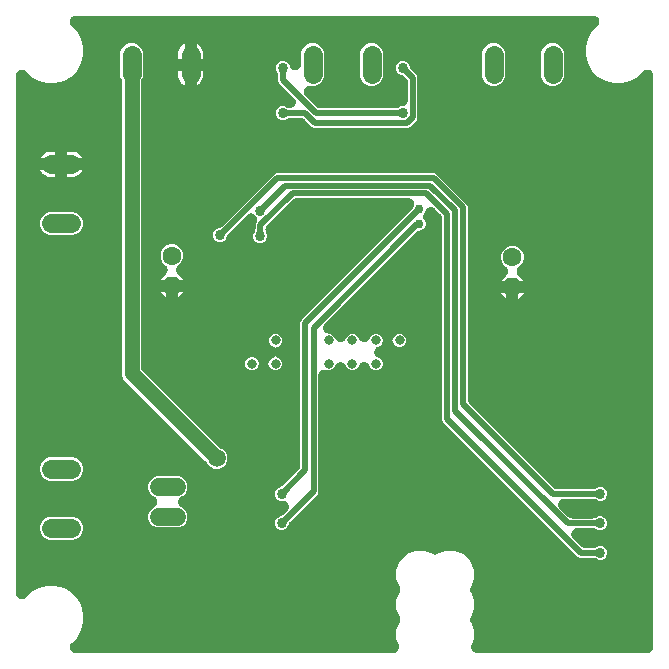
<source format=gbl>
G04 EAGLE Gerber RS-274X export*
G75*
%MOMM*%
%FSLAX34Y34*%
%LPD*%
%INBottom Copper*%
%IPPOS*%
%AMOC8*
5,1,8,0,0,1.08239X$1,22.5*%
G01*
%ADD10C,1.600200*%
%ADD11P,1.732040X8X292.500000*%
%ADD12C,1.650000*%
%ADD13C,1.508000*%
%ADD14C,0.856400*%
%ADD15C,0.756400*%
%ADD16C,0.508000*%
%ADD17C,1.500000*%
%ADD18C,1.300000*%
%ADD19C,0.500000*%
%ADD20C,0.806400*%

G36*
X329572Y10173D02*
X329572Y10173D01*
X329768Y10176D01*
X329889Y10193D01*
X330012Y10201D01*
X330205Y10237D01*
X330399Y10265D01*
X330517Y10297D01*
X330638Y10320D01*
X330824Y10380D01*
X331013Y10432D01*
X331127Y10479D01*
X331244Y10517D01*
X331421Y10600D01*
X331602Y10675D01*
X331709Y10735D01*
X331821Y10788D01*
X331986Y10893D01*
X332156Y10989D01*
X332255Y11063D01*
X332359Y11129D01*
X332510Y11253D01*
X332667Y11371D01*
X332755Y11456D01*
X332850Y11534D01*
X332984Y11677D01*
X333125Y11813D01*
X333202Y11909D01*
X333287Y11998D01*
X333402Y12157D01*
X333525Y12309D01*
X333589Y12414D01*
X333662Y12513D01*
X333756Y12685D01*
X333859Y12852D01*
X333910Y12964D01*
X333969Y13071D01*
X334042Y13254D01*
X334123Y13432D01*
X334159Y13549D01*
X334205Y13664D01*
X334254Y13853D01*
X334312Y14040D01*
X334333Y14161D01*
X334364Y14280D01*
X334389Y14475D01*
X334423Y14668D01*
X334429Y14790D01*
X334445Y14912D01*
X334445Y15109D01*
X334455Y15304D01*
X334446Y15426D01*
X334446Y15550D01*
X334422Y15744D01*
X334407Y15939D01*
X334383Y16060D01*
X334367Y16182D01*
X334319Y16372D01*
X334280Y16564D01*
X334241Y16677D01*
X334210Y16799D01*
X334132Y16997D01*
X334069Y17184D01*
X332169Y21770D01*
X332169Y29790D01*
X334964Y36536D01*
X334987Y36605D01*
X335017Y36672D01*
X335090Y36906D01*
X335170Y37139D01*
X335185Y37211D01*
X335206Y37280D01*
X335249Y37522D01*
X335299Y37763D01*
X335305Y37836D01*
X335318Y37908D01*
X335330Y38153D01*
X335350Y38398D01*
X335346Y38471D01*
X335350Y38544D01*
X335331Y38789D01*
X335320Y39034D01*
X335307Y39106D01*
X335302Y39179D01*
X335253Y39420D01*
X335211Y39662D01*
X335189Y39732D01*
X335175Y39804D01*
X335100Y40022D01*
X335024Y40271D01*
X334989Y40348D01*
X334964Y40424D01*
X332169Y47170D01*
X332169Y55190D01*
X334964Y61936D01*
X334987Y62005D01*
X335017Y62072D01*
X335090Y62306D01*
X335170Y62539D01*
X335185Y62611D01*
X335206Y62680D01*
X335249Y62922D01*
X335299Y63163D01*
X335305Y63236D01*
X335318Y63308D01*
X335330Y63553D01*
X335350Y63798D01*
X335346Y63871D01*
X335350Y63944D01*
X335331Y64189D01*
X335320Y64434D01*
X335307Y64506D01*
X335302Y64579D01*
X335253Y64820D01*
X335211Y65062D01*
X335189Y65132D01*
X335175Y65204D01*
X335100Y65422D01*
X335024Y65671D01*
X334989Y65748D01*
X334964Y65824D01*
X332169Y72570D01*
X332169Y80590D01*
X335239Y88000D01*
X340910Y93671D01*
X348320Y96741D01*
X356340Y96741D01*
X363086Y93946D01*
X363155Y93923D01*
X363222Y93893D01*
X363456Y93820D01*
X363689Y93740D01*
X363761Y93725D01*
X363830Y93704D01*
X364072Y93661D01*
X364313Y93611D01*
X364386Y93605D01*
X364458Y93592D01*
X364703Y93580D01*
X364948Y93560D01*
X365021Y93564D01*
X365094Y93560D01*
X365339Y93579D01*
X365584Y93590D01*
X365656Y93603D01*
X365729Y93608D01*
X365970Y93657D01*
X366212Y93699D01*
X366282Y93721D01*
X366353Y93735D01*
X366572Y93810D01*
X366821Y93886D01*
X366898Y93921D01*
X366974Y93946D01*
X373720Y96741D01*
X381740Y96741D01*
X389150Y93671D01*
X394821Y88000D01*
X397891Y80590D01*
X397891Y72570D01*
X395096Y65824D01*
X395073Y65755D01*
X395043Y65688D01*
X394970Y65454D01*
X394890Y65221D01*
X394875Y65149D01*
X394854Y65080D01*
X394811Y64838D01*
X394761Y64597D01*
X394755Y64524D01*
X394742Y64452D01*
X394730Y64207D01*
X394710Y63962D01*
X394714Y63889D01*
X394710Y63816D01*
X394729Y63571D01*
X394740Y63326D01*
X394753Y63254D01*
X394758Y63181D01*
X394807Y62940D01*
X394849Y62698D01*
X394871Y62628D01*
X394885Y62557D01*
X394960Y62338D01*
X395036Y62089D01*
X395071Y62012D01*
X395096Y61936D01*
X397891Y55190D01*
X397891Y47170D01*
X395096Y40424D01*
X395073Y40355D01*
X395043Y40288D01*
X394970Y40054D01*
X394890Y39821D01*
X394875Y39749D01*
X394854Y39680D01*
X394811Y39438D01*
X394761Y39197D01*
X394755Y39124D01*
X394742Y39052D01*
X394730Y38807D01*
X394710Y38562D01*
X394714Y38489D01*
X394710Y38416D01*
X394729Y38171D01*
X394740Y37926D01*
X394753Y37854D01*
X394758Y37781D01*
X394807Y37540D01*
X394849Y37298D01*
X394871Y37228D01*
X394885Y37157D01*
X394960Y36938D01*
X395036Y36689D01*
X395071Y36612D01*
X395096Y36536D01*
X397891Y29790D01*
X397891Y21770D01*
X395991Y17184D01*
X395928Y16999D01*
X395855Y16816D01*
X395825Y16697D01*
X395785Y16581D01*
X395745Y16389D01*
X395696Y16200D01*
X395680Y16078D01*
X395655Y15957D01*
X395640Y15762D01*
X395615Y15568D01*
X395615Y15445D01*
X395605Y15322D01*
X395614Y15126D01*
X395614Y14930D01*
X395629Y14808D01*
X395635Y14686D01*
X395668Y14493D01*
X395693Y14298D01*
X395723Y14179D01*
X395744Y14058D01*
X395801Y13871D01*
X395850Y13681D01*
X395895Y13566D01*
X395931Y13449D01*
X396011Y13270D01*
X396083Y13088D01*
X396142Y12980D01*
X396192Y12868D01*
X396294Y12701D01*
X396389Y12529D01*
X396461Y12429D01*
X396525Y12324D01*
X396647Y12171D01*
X396762Y12012D01*
X396846Y11923D01*
X396923Y11826D01*
X397063Y11690D01*
X397197Y11547D01*
X397291Y11468D01*
X397379Y11382D01*
X397536Y11264D01*
X397686Y11139D01*
X397790Y11073D01*
X397888Y10999D01*
X398059Y10902D01*
X398223Y10796D01*
X398334Y10744D01*
X398441Y10683D01*
X398622Y10607D01*
X398799Y10523D01*
X398916Y10485D01*
X399030Y10438D01*
X399219Y10386D01*
X399404Y10324D01*
X399525Y10301D01*
X399644Y10268D01*
X399838Y10240D01*
X400030Y10203D01*
X400150Y10195D01*
X400274Y10177D01*
X400487Y10173D01*
X400684Y10161D01*
X544760Y10161D01*
X544915Y10170D01*
X545070Y10170D01*
X545232Y10190D01*
X545396Y10201D01*
X545548Y10230D01*
X545702Y10249D01*
X545861Y10289D01*
X546022Y10320D01*
X546169Y10368D01*
X546319Y10406D01*
X546472Y10466D01*
X546628Y10517D01*
X546768Y10582D01*
X546912Y10639D01*
X547056Y10718D01*
X547204Y10788D01*
X547335Y10870D01*
X547471Y10945D01*
X547604Y11041D01*
X547743Y11129D01*
X547862Y11227D01*
X547988Y11318D01*
X548107Y11430D01*
X548234Y11534D01*
X548340Y11647D01*
X548453Y11753D01*
X548558Y11879D01*
X548670Y11998D01*
X548762Y12124D01*
X548861Y12243D01*
X548949Y12381D01*
X549045Y12513D01*
X549120Y12649D01*
X549204Y12780D01*
X549274Y12928D01*
X549353Y13071D01*
X549410Y13215D01*
X549477Y13355D01*
X549528Y13511D01*
X549588Y13664D01*
X549627Y13814D01*
X549676Y13961D01*
X549707Y14122D01*
X549748Y14280D01*
X549767Y14434D01*
X549797Y14586D01*
X549807Y14745D01*
X549829Y14912D01*
X549829Y15081D01*
X549839Y15240D01*
X549839Y499166D01*
X549824Y499402D01*
X549817Y499639D01*
X549804Y499720D01*
X549799Y499802D01*
X549755Y500034D01*
X549718Y500268D01*
X549695Y500347D01*
X549680Y500428D01*
X549607Y500653D01*
X549541Y500880D01*
X549509Y500955D01*
X549483Y501034D01*
X549383Y501248D01*
X549289Y501465D01*
X549247Y501536D01*
X549212Y501610D01*
X549086Y501810D01*
X548965Y502014D01*
X548915Y502079D01*
X548871Y502148D01*
X548720Y502331D01*
X548576Y502518D01*
X548518Y502576D01*
X548466Y502640D01*
X548293Y502802D01*
X548126Y502970D01*
X548061Y503020D01*
X548002Y503076D01*
X547810Y503215D01*
X547623Y503361D01*
X547553Y503403D01*
X547487Y503451D01*
X547279Y503565D01*
X547076Y503687D01*
X547000Y503719D01*
X546929Y503759D01*
X546709Y503846D01*
X546491Y503941D01*
X546413Y503964D01*
X546336Y503994D01*
X546107Y504053D01*
X545880Y504120D01*
X545799Y504133D01*
X545720Y504154D01*
X545485Y504184D01*
X545251Y504221D01*
X545169Y504224D01*
X545088Y504234D01*
X544851Y504235D01*
X544614Y504243D01*
X544533Y504235D01*
X544450Y504236D01*
X544215Y504206D01*
X543980Y504185D01*
X543900Y504167D01*
X543818Y504157D01*
X543589Y504099D01*
X543358Y504048D01*
X543280Y504020D01*
X543201Y504000D01*
X542980Y503913D01*
X542757Y503834D01*
X542684Y503797D01*
X542608Y503767D01*
X542400Y503653D01*
X542189Y503546D01*
X542121Y503500D01*
X542049Y503461D01*
X541857Y503322D01*
X541661Y503190D01*
X541600Y503137D01*
X541532Y503088D01*
X541342Y502910D01*
X541168Y502757D01*
X536677Y498266D01*
X530484Y494690D01*
X523576Y492839D01*
X516424Y492839D01*
X509516Y494690D01*
X503323Y498266D01*
X498266Y503323D01*
X494690Y509516D01*
X492839Y516424D01*
X492839Y523576D01*
X494690Y530484D01*
X498266Y536677D01*
X502757Y541168D01*
X502914Y541346D01*
X503076Y541518D01*
X503125Y541585D01*
X503179Y541646D01*
X503312Y541842D01*
X503451Y542034D01*
X503491Y542105D01*
X503537Y542173D01*
X503645Y542384D01*
X503759Y542591D01*
X503789Y542668D01*
X503826Y542741D01*
X503907Y542963D01*
X503994Y543184D01*
X504015Y543263D01*
X504043Y543340D01*
X504094Y543571D01*
X504154Y543800D01*
X504164Y543882D01*
X504182Y543962D01*
X504204Y544197D01*
X504234Y544432D01*
X504235Y544515D01*
X504242Y544596D01*
X504235Y544832D01*
X504236Y545070D01*
X504225Y545151D01*
X504223Y545233D01*
X504186Y545467D01*
X504157Y545702D01*
X504137Y545781D01*
X504124Y545862D01*
X504058Y546090D01*
X504000Y546319D01*
X503970Y546395D01*
X503947Y546474D01*
X503853Y546692D01*
X503767Y546912D01*
X503727Y546984D01*
X503695Y547059D01*
X503575Y547263D01*
X503461Y547471D01*
X503413Y547538D01*
X503371Y547608D01*
X503227Y547796D01*
X503088Y547988D01*
X503032Y548048D01*
X502982Y548112D01*
X502814Y548280D01*
X502653Y548453D01*
X502590Y548506D01*
X502532Y548564D01*
X502345Y548709D01*
X502163Y548861D01*
X502094Y548905D01*
X502029Y548955D01*
X501826Y549076D01*
X501626Y549204D01*
X501552Y549239D01*
X501481Y549281D01*
X501265Y549375D01*
X501050Y549477D01*
X500972Y549502D01*
X500897Y549535D01*
X500670Y549602D01*
X500445Y549676D01*
X500365Y549691D01*
X500286Y549714D01*
X500052Y549752D01*
X499820Y549797D01*
X499739Y549802D01*
X499657Y549815D01*
X499397Y549824D01*
X499166Y549839D01*
X60834Y549839D01*
X60598Y549824D01*
X60361Y549817D01*
X60280Y549804D01*
X60198Y549799D01*
X59966Y549755D01*
X59732Y549718D01*
X59653Y549695D01*
X59572Y549680D01*
X59347Y549607D01*
X59120Y549541D01*
X59045Y549509D01*
X58966Y549483D01*
X58752Y549383D01*
X58535Y549289D01*
X58464Y549247D01*
X58390Y549212D01*
X58190Y549086D01*
X57986Y548965D01*
X57921Y548915D01*
X57852Y548871D01*
X57669Y548720D01*
X57482Y548576D01*
X57424Y548518D01*
X57360Y548466D01*
X57198Y548293D01*
X57030Y548126D01*
X56980Y548061D01*
X56924Y548002D01*
X56785Y547810D01*
X56639Y547623D01*
X56597Y547553D01*
X56549Y547487D01*
X56435Y547279D01*
X56313Y547076D01*
X56281Y547000D01*
X56241Y546929D01*
X56154Y546709D01*
X56059Y546491D01*
X56036Y546413D01*
X56006Y546336D01*
X55947Y546107D01*
X55880Y545880D01*
X55867Y545799D01*
X55846Y545720D01*
X55816Y545485D01*
X55779Y545251D01*
X55776Y545169D01*
X55766Y545088D01*
X55765Y544851D01*
X55757Y544614D01*
X55765Y544533D01*
X55764Y544450D01*
X55794Y544215D01*
X55815Y543980D01*
X55833Y543900D01*
X55843Y543818D01*
X55901Y543589D01*
X55952Y543358D01*
X55980Y543280D01*
X56000Y543201D01*
X56087Y542980D01*
X56166Y542757D01*
X56203Y542684D01*
X56233Y542608D01*
X56347Y542400D01*
X56454Y542189D01*
X56500Y542121D01*
X56539Y542049D01*
X56678Y541857D01*
X56810Y541661D01*
X56863Y541600D01*
X56912Y541532D01*
X57090Y541342D01*
X57243Y541168D01*
X61734Y536677D01*
X65310Y530484D01*
X67161Y523576D01*
X67161Y516424D01*
X65310Y509516D01*
X61734Y503323D01*
X56677Y498266D01*
X50484Y494690D01*
X43576Y492839D01*
X36424Y492839D01*
X29516Y494690D01*
X23323Y498266D01*
X18832Y502757D01*
X18654Y502914D01*
X18482Y503076D01*
X18415Y503125D01*
X18354Y503179D01*
X18158Y503312D01*
X17966Y503451D01*
X17895Y503491D01*
X17827Y503537D01*
X17616Y503645D01*
X17409Y503759D01*
X17332Y503789D01*
X17259Y503826D01*
X17037Y503907D01*
X16816Y503994D01*
X16737Y504015D01*
X16660Y504043D01*
X16429Y504094D01*
X16200Y504154D01*
X16118Y504164D01*
X16038Y504182D01*
X15803Y504204D01*
X15568Y504234D01*
X15485Y504235D01*
X15404Y504242D01*
X15168Y504235D01*
X14930Y504236D01*
X14849Y504225D01*
X14767Y504223D01*
X14533Y504186D01*
X14298Y504157D01*
X14219Y504137D01*
X14138Y504124D01*
X13910Y504058D01*
X13681Y504000D01*
X13605Y503970D01*
X13526Y503947D01*
X13308Y503853D01*
X13088Y503767D01*
X13016Y503727D01*
X12941Y503695D01*
X12737Y503575D01*
X12529Y503461D01*
X12462Y503413D01*
X12392Y503371D01*
X12204Y503227D01*
X12012Y503088D01*
X11952Y503032D01*
X11888Y502982D01*
X11720Y502814D01*
X11547Y502653D01*
X11494Y502590D01*
X11436Y502532D01*
X11291Y502345D01*
X11139Y502163D01*
X11095Y502094D01*
X11045Y502029D01*
X10924Y501826D01*
X10796Y501626D01*
X10761Y501552D01*
X10719Y501481D01*
X10625Y501265D01*
X10523Y501050D01*
X10498Y500972D01*
X10465Y500897D01*
X10398Y500670D01*
X10324Y500445D01*
X10309Y500365D01*
X10286Y500286D01*
X10248Y500052D01*
X10203Y499820D01*
X10198Y499739D01*
X10185Y499657D01*
X10176Y499397D01*
X10161Y499166D01*
X10161Y60834D01*
X10170Y60683D01*
X10170Y60644D01*
X10175Y60602D01*
X10176Y60597D01*
X10183Y60361D01*
X10196Y60280D01*
X10201Y60198D01*
X10245Y59966D01*
X10282Y59732D01*
X10305Y59653D01*
X10320Y59572D01*
X10393Y59347D01*
X10459Y59120D01*
X10491Y59045D01*
X10517Y58966D01*
X10617Y58752D01*
X10711Y58535D01*
X10753Y58464D01*
X10788Y58390D01*
X10914Y58190D01*
X11035Y57986D01*
X11085Y57921D01*
X11129Y57852D01*
X11280Y57669D01*
X11424Y57482D01*
X11482Y57424D01*
X11534Y57360D01*
X11707Y57198D01*
X11874Y57030D01*
X11939Y56980D01*
X11998Y56924D01*
X12190Y56785D01*
X12377Y56639D01*
X12447Y56597D01*
X12513Y56549D01*
X12721Y56435D01*
X12924Y56313D01*
X13000Y56281D01*
X13071Y56241D01*
X13291Y56154D01*
X13509Y56059D01*
X13587Y56036D01*
X13664Y56006D01*
X13893Y55947D01*
X14120Y55880D01*
X14201Y55867D01*
X14280Y55846D01*
X14515Y55816D01*
X14749Y55779D01*
X14831Y55776D01*
X14912Y55766D01*
X15149Y55765D01*
X15386Y55757D01*
X15467Y55765D01*
X15550Y55764D01*
X15785Y55794D01*
X16020Y55815D01*
X16100Y55833D01*
X16182Y55843D01*
X16411Y55901D01*
X16642Y55952D01*
X16720Y55980D01*
X16799Y56000D01*
X17020Y56087D01*
X17243Y56166D01*
X17316Y56203D01*
X17392Y56233D01*
X17600Y56347D01*
X17811Y56454D01*
X17879Y56500D01*
X17951Y56539D01*
X18143Y56678D01*
X18339Y56810D01*
X18400Y56863D01*
X18468Y56912D01*
X18658Y57090D01*
X18832Y57243D01*
X23323Y61734D01*
X29516Y65310D01*
X36424Y67161D01*
X43576Y67161D01*
X50484Y65310D01*
X56677Y61734D01*
X61734Y56677D01*
X65310Y50484D01*
X67161Y43576D01*
X67161Y36424D01*
X65310Y29516D01*
X61734Y23323D01*
X57243Y18832D01*
X57086Y18654D01*
X56924Y18482D01*
X56875Y18415D01*
X56821Y18354D01*
X56688Y18158D01*
X56549Y17966D01*
X56509Y17895D01*
X56463Y17827D01*
X56355Y17616D01*
X56241Y17409D01*
X56211Y17332D01*
X56174Y17259D01*
X56093Y17037D01*
X56006Y16816D01*
X55985Y16737D01*
X55957Y16660D01*
X55906Y16429D01*
X55846Y16200D01*
X55836Y16118D01*
X55818Y16038D01*
X55796Y15803D01*
X55766Y15568D01*
X55765Y15485D01*
X55758Y15404D01*
X55765Y15168D01*
X55764Y14930D01*
X55775Y14849D01*
X55777Y14767D01*
X55814Y14533D01*
X55843Y14298D01*
X55863Y14219D01*
X55876Y14138D01*
X55942Y13910D01*
X56000Y13681D01*
X56030Y13605D01*
X56053Y13526D01*
X56147Y13308D01*
X56233Y13088D01*
X56273Y13016D01*
X56305Y12941D01*
X56425Y12737D01*
X56539Y12529D01*
X56587Y12462D01*
X56629Y12392D01*
X56773Y12204D01*
X56912Y12012D01*
X56968Y11952D01*
X57018Y11888D01*
X57186Y11720D01*
X57347Y11547D01*
X57410Y11494D01*
X57468Y11436D01*
X57655Y11291D01*
X57837Y11139D01*
X57906Y11095D01*
X57971Y11045D01*
X58174Y10924D01*
X58374Y10796D01*
X58448Y10761D01*
X58519Y10719D01*
X58735Y10625D01*
X58950Y10523D01*
X59028Y10498D01*
X59103Y10465D01*
X59330Y10398D01*
X59555Y10324D01*
X59635Y10309D01*
X59714Y10286D01*
X59948Y10248D01*
X60180Y10203D01*
X60261Y10198D01*
X60343Y10185D01*
X60603Y10176D01*
X60834Y10161D01*
X329376Y10161D01*
X329572Y10173D01*
G37*
%LPC*%
G36*
X503845Y89193D02*
X503845Y89193D01*
X501279Y90256D01*
X501271Y90260D01*
X501209Y90300D01*
X500987Y90405D01*
X500768Y90517D01*
X500699Y90541D01*
X500633Y90573D01*
X500400Y90649D01*
X500169Y90733D01*
X500098Y90749D01*
X500028Y90772D01*
X499787Y90818D01*
X499547Y90872D01*
X499474Y90879D01*
X499403Y90893D01*
X499171Y90908D01*
X498913Y90933D01*
X498829Y90930D01*
X498749Y90935D01*
X487638Y90935D01*
X486144Y91554D01*
X371554Y206144D01*
X370935Y207638D01*
X370935Y209743D01*
X370949Y209960D01*
X370975Y210280D01*
X370973Y210322D01*
X370975Y210362D01*
X370975Y378455D01*
X370971Y378528D01*
X370973Y378601D01*
X370951Y378846D01*
X370935Y379091D01*
X370922Y379163D01*
X370915Y379236D01*
X370862Y379476D01*
X370816Y379717D01*
X370794Y379786D01*
X370778Y379858D01*
X370695Y380089D01*
X370619Y380323D01*
X370588Y380389D01*
X370564Y380458D01*
X370453Y380677D01*
X370348Y380900D01*
X370309Y380961D01*
X370276Y381027D01*
X370139Y381230D01*
X370007Y381438D01*
X369961Y381494D01*
X369920Y381555D01*
X369767Y381729D01*
X369602Y381929D01*
X369541Y381986D01*
X369488Y382047D01*
X365162Y386373D01*
X365015Y386502D01*
X364874Y386639D01*
X364776Y386713D01*
X364684Y386794D01*
X364522Y386904D01*
X364365Y387022D01*
X364259Y387083D01*
X364157Y387152D01*
X363982Y387242D01*
X363812Y387339D01*
X363699Y387386D01*
X363589Y387442D01*
X363405Y387508D01*
X363224Y387584D01*
X363106Y387616D01*
X362990Y387658D01*
X362799Y387701D01*
X362610Y387753D01*
X362489Y387770D01*
X362368Y387797D01*
X362173Y387816D01*
X361979Y387844D01*
X361857Y387846D01*
X361734Y387858D01*
X361539Y387852D01*
X361342Y387855D01*
X361220Y387842D01*
X361097Y387838D01*
X360904Y387808D01*
X360709Y387787D01*
X360589Y387759D01*
X360468Y387739D01*
X360280Y387685D01*
X360089Y387640D01*
X359974Y387597D01*
X359856Y387562D01*
X359676Y387485D01*
X359492Y387416D01*
X359384Y387359D01*
X359271Y387310D01*
X359102Y387211D01*
X358929Y387120D01*
X358828Y387049D01*
X358722Y386987D01*
X358567Y386867D01*
X358406Y386755D01*
X358315Y386672D01*
X358218Y386597D01*
X358079Y386459D01*
X357934Y386327D01*
X357853Y386234D01*
X357766Y386147D01*
X357646Y385993D01*
X357518Y385844D01*
X357450Y385742D01*
X357375Y385645D01*
X357275Y385476D01*
X357167Y385313D01*
X357114Y385205D01*
X357049Y385097D01*
X356964Y384902D01*
X356878Y384725D01*
X356148Y382964D01*
X356104Y382907D01*
X355995Y382784D01*
X355908Y382656D01*
X355813Y382533D01*
X355729Y382392D01*
X355637Y382257D01*
X355567Y382119D01*
X355487Y381986D01*
X355422Y381835D01*
X355347Y381689D01*
X355295Y381544D01*
X355233Y381401D01*
X355187Y381244D01*
X355131Y381090D01*
X355097Y380939D01*
X355054Y380790D01*
X355028Y380628D01*
X354992Y380468D01*
X354977Y380314D01*
X354953Y380161D01*
X354947Y379997D01*
X354931Y379834D01*
X354936Y379679D01*
X354931Y379524D01*
X354946Y379361D01*
X354951Y379197D01*
X354975Y379044D01*
X354989Y378890D01*
X355024Y378730D01*
X355050Y378568D01*
X355093Y378419D01*
X355126Y378268D01*
X355181Y378113D01*
X355227Y377956D01*
X355288Y377813D01*
X355340Y377667D01*
X355414Y377521D01*
X355479Y377371D01*
X355558Y377237D01*
X355628Y377099D01*
X355719Y376963D01*
X355802Y376822D01*
X355897Y376699D01*
X355984Y376571D01*
X356089Y376451D01*
X356149Y376373D01*
X356977Y374376D01*
X356977Y372264D01*
X356169Y370314D01*
X354676Y368821D01*
X352726Y368013D01*
X352669Y368013D01*
X352596Y368009D01*
X352523Y368011D01*
X352278Y367989D01*
X352033Y367973D01*
X351961Y367960D01*
X351888Y367953D01*
X351648Y367900D01*
X351407Y367854D01*
X351337Y367831D01*
X351266Y367816D01*
X351035Y367733D01*
X350801Y367657D01*
X350735Y367626D01*
X350666Y367602D01*
X350447Y367491D01*
X350224Y367386D01*
X350163Y367347D01*
X350097Y367314D01*
X349894Y367177D01*
X349686Y367045D01*
X349630Y366999D01*
X349569Y366958D01*
X349396Y366805D01*
X349195Y366640D01*
X349137Y366579D01*
X349077Y366526D01*
X271779Y289228D01*
X271623Y289050D01*
X271460Y288878D01*
X271412Y288811D01*
X271358Y288750D01*
X271225Y288554D01*
X271085Y288362D01*
X271046Y288291D01*
X270999Y288223D01*
X270892Y288011D01*
X270778Y287805D01*
X270747Y287728D01*
X270710Y287655D01*
X270630Y287432D01*
X270542Y287212D01*
X270522Y287133D01*
X270494Y287056D01*
X270442Y286825D01*
X270383Y286596D01*
X270372Y286514D01*
X270354Y286434D01*
X270332Y286199D01*
X270302Y285964D01*
X270302Y285881D01*
X270294Y285800D01*
X270301Y285564D01*
X270301Y285326D01*
X270311Y285245D01*
X270313Y285163D01*
X270350Y284929D01*
X270379Y284694D01*
X270400Y284615D01*
X270412Y284534D01*
X270478Y284306D01*
X270537Y284077D01*
X270567Y284001D01*
X270589Y283922D01*
X270683Y283704D01*
X270770Y283484D01*
X270809Y283412D01*
X270842Y283337D01*
X270962Y283133D01*
X271075Y282925D01*
X271123Y282858D01*
X271165Y282788D01*
X271310Y282600D01*
X271449Y282408D01*
X271505Y282349D01*
X271555Y282284D01*
X271722Y282116D01*
X271884Y281943D01*
X271947Y281890D01*
X272005Y281832D01*
X272191Y281687D01*
X272373Y281535D01*
X272442Y281491D01*
X272507Y281441D01*
X272711Y281320D01*
X272910Y281192D01*
X272984Y281157D01*
X273055Y281115D01*
X273272Y281021D01*
X273486Y280919D01*
X273564Y280894D01*
X273639Y280861D01*
X273866Y280794D01*
X274091Y280720D01*
X274172Y280705D01*
X274251Y280682D01*
X274484Y280644D01*
X274717Y280599D01*
X274797Y280594D01*
X274880Y280581D01*
X275140Y280572D01*
X275371Y280557D01*
X276105Y280557D01*
X278148Y279711D01*
X279711Y278148D01*
X280307Y276707D01*
X280411Y276495D01*
X280509Y276279D01*
X280552Y276209D01*
X280588Y276135D01*
X280717Y275937D01*
X280841Y275735D01*
X280892Y275671D01*
X280937Y275602D01*
X281091Y275423D01*
X281239Y275237D01*
X281298Y275180D01*
X281351Y275118D01*
X281526Y274958D01*
X281696Y274793D01*
X281761Y274744D01*
X281822Y274689D01*
X282016Y274552D01*
X282205Y274410D01*
X282276Y274369D01*
X282343Y274322D01*
X282552Y274211D01*
X282758Y274094D01*
X282834Y274062D01*
X282906Y274024D01*
X283127Y273940D01*
X283346Y273849D01*
X283425Y273827D01*
X283502Y273798D01*
X283732Y273742D01*
X283960Y273679D01*
X284041Y273668D01*
X284121Y273648D01*
X284357Y273622D01*
X284591Y273588D01*
X284672Y273587D01*
X284754Y273578D01*
X284991Y273581D01*
X285228Y273577D01*
X285309Y273586D01*
X285391Y273587D01*
X285626Y273620D01*
X285861Y273645D01*
X285941Y273664D01*
X286022Y273676D01*
X286251Y273738D01*
X286481Y273793D01*
X286558Y273821D01*
X286637Y273843D01*
X286856Y273933D01*
X287078Y274016D01*
X287150Y274054D01*
X287226Y274086D01*
X287432Y274202D01*
X287642Y274313D01*
X287709Y274360D01*
X287780Y274400D01*
X287970Y274542D01*
X288164Y274678D01*
X288225Y274733D01*
X288290Y274782D01*
X288461Y274946D01*
X288636Y275105D01*
X288690Y275167D01*
X288749Y275224D01*
X288898Y275409D01*
X289052Y275588D01*
X289097Y275656D01*
X289149Y275720D01*
X289273Y275922D01*
X289403Y276119D01*
X289439Y276192D01*
X289483Y276263D01*
X289591Y276500D01*
X289693Y276707D01*
X290289Y278148D01*
X291852Y279711D01*
X293895Y280557D01*
X296105Y280557D01*
X298148Y279711D01*
X299711Y278148D01*
X300307Y276707D01*
X300411Y276495D01*
X300509Y276279D01*
X300552Y276209D01*
X300588Y276135D01*
X300718Y275937D01*
X300841Y275735D01*
X300892Y275671D01*
X300937Y275603D01*
X301091Y275422D01*
X301239Y275237D01*
X301298Y275180D01*
X301351Y275118D01*
X301526Y274959D01*
X301696Y274793D01*
X301761Y274744D01*
X301822Y274689D01*
X302015Y274553D01*
X302205Y274410D01*
X302276Y274369D01*
X302343Y274322D01*
X302552Y274211D01*
X302758Y274094D01*
X302833Y274062D01*
X302906Y274024D01*
X303127Y273940D01*
X303346Y273849D01*
X303425Y273827D01*
X303502Y273798D01*
X303731Y273742D01*
X303960Y273679D01*
X304041Y273668D01*
X304121Y273648D01*
X304356Y273622D01*
X304591Y273588D01*
X304672Y273587D01*
X304754Y273578D01*
X304991Y273581D01*
X305228Y273577D01*
X305309Y273586D01*
X305391Y273587D01*
X305626Y273620D01*
X305861Y273645D01*
X305941Y273664D01*
X306022Y273676D01*
X306250Y273738D01*
X306481Y273792D01*
X306558Y273821D01*
X306637Y273843D01*
X306855Y273933D01*
X307078Y274016D01*
X307150Y274054D01*
X307226Y274086D01*
X307432Y274203D01*
X307642Y274313D01*
X307709Y274360D01*
X307780Y274400D01*
X307970Y274542D01*
X308164Y274678D01*
X308225Y274733D01*
X308290Y274782D01*
X308460Y274946D01*
X308636Y275105D01*
X308690Y275167D01*
X308749Y275224D01*
X308897Y275408D01*
X309052Y275588D01*
X309097Y275656D01*
X309148Y275720D01*
X309273Y275922D01*
X309403Y276119D01*
X309439Y276191D01*
X309483Y276263D01*
X309590Y276499D01*
X309693Y276707D01*
X310289Y278148D01*
X311852Y279711D01*
X313895Y280557D01*
X316105Y280557D01*
X318148Y279711D01*
X319711Y278148D01*
X320307Y276707D01*
X320411Y276495D01*
X320509Y276279D01*
X320552Y276209D01*
X320588Y276135D01*
X320718Y275937D01*
X320841Y275735D01*
X320892Y275671D01*
X320937Y275603D01*
X321091Y275422D01*
X321239Y275237D01*
X321298Y275180D01*
X321351Y275118D01*
X321480Y275000D01*
X321364Y274895D01*
X321310Y274833D01*
X321251Y274776D01*
X321102Y274591D01*
X320948Y274412D01*
X320903Y274344D01*
X320851Y274280D01*
X320727Y274078D01*
X320597Y273881D01*
X320561Y273808D01*
X320517Y273737D01*
X320409Y273500D01*
X320307Y273293D01*
X319711Y271852D01*
X318148Y270289D01*
X316707Y269693D01*
X316495Y269589D01*
X316279Y269491D01*
X316209Y269448D01*
X316135Y269412D01*
X315937Y269283D01*
X315735Y269159D01*
X315671Y269108D01*
X315602Y269063D01*
X315423Y268909D01*
X315237Y268761D01*
X315180Y268702D01*
X315118Y268649D01*
X314958Y268474D01*
X314793Y268304D01*
X314744Y268239D01*
X314689Y268178D01*
X314552Y267984D01*
X314410Y267795D01*
X314369Y267724D01*
X314322Y267657D01*
X314211Y267448D01*
X314094Y267242D01*
X314062Y267166D01*
X314024Y267094D01*
X313940Y266873D01*
X313849Y266654D01*
X313827Y266575D01*
X313798Y266498D01*
X313742Y266268D01*
X313679Y266040D01*
X313668Y265959D01*
X313648Y265879D01*
X313622Y265643D01*
X313588Y265409D01*
X313587Y265328D01*
X313578Y265246D01*
X313581Y265009D01*
X313577Y264772D01*
X313586Y264691D01*
X313587Y264609D01*
X313620Y264374D01*
X313645Y264139D01*
X313664Y264059D01*
X313676Y263978D01*
X313738Y263749D01*
X313793Y263519D01*
X313821Y263442D01*
X313843Y263363D01*
X313933Y263144D01*
X314016Y262922D01*
X314054Y262850D01*
X314086Y262774D01*
X314202Y262568D01*
X314313Y262358D01*
X314360Y262291D01*
X314400Y262220D01*
X314542Y262030D01*
X314678Y261836D01*
X314733Y261775D01*
X314782Y261710D01*
X314946Y261539D01*
X315105Y261364D01*
X315167Y261310D01*
X315224Y261251D01*
X315409Y261102D01*
X315588Y260948D01*
X315656Y260903D01*
X315720Y260851D01*
X315922Y260727D01*
X316119Y260597D01*
X316192Y260561D01*
X316263Y260517D01*
X316500Y260409D01*
X316707Y260307D01*
X318148Y259711D01*
X319711Y258148D01*
X320557Y256105D01*
X320557Y253895D01*
X319711Y251852D01*
X318148Y250289D01*
X316105Y249443D01*
X313895Y249443D01*
X311852Y250289D01*
X310289Y251852D01*
X309693Y253293D01*
X309589Y253505D01*
X309491Y253721D01*
X309448Y253791D01*
X309412Y253865D01*
X309283Y254063D01*
X309159Y254265D01*
X309108Y254329D01*
X309063Y254398D01*
X308909Y254577D01*
X308761Y254763D01*
X308702Y254820D01*
X308649Y254882D01*
X308474Y255042D01*
X308304Y255207D01*
X308239Y255256D01*
X308178Y255311D01*
X307984Y255448D01*
X307795Y255590D01*
X307724Y255631D01*
X307657Y255678D01*
X307448Y255789D01*
X307242Y255906D01*
X307166Y255938D01*
X307094Y255976D01*
X306873Y256060D01*
X306654Y256151D01*
X306575Y256173D01*
X306498Y256202D01*
X306268Y256258D01*
X306040Y256321D01*
X305959Y256332D01*
X305879Y256352D01*
X305643Y256378D01*
X305409Y256412D01*
X305328Y256413D01*
X305246Y256422D01*
X305009Y256419D01*
X304772Y256423D01*
X304691Y256414D01*
X304609Y256413D01*
X304374Y256380D01*
X304139Y256355D01*
X304059Y256336D01*
X303978Y256324D01*
X303749Y256262D01*
X303519Y256207D01*
X303442Y256179D01*
X303363Y256157D01*
X303144Y256067D01*
X302922Y255984D01*
X302850Y255946D01*
X302774Y255914D01*
X302568Y255798D01*
X302358Y255687D01*
X302291Y255640D01*
X302220Y255600D01*
X302030Y255458D01*
X301836Y255322D01*
X301775Y255267D01*
X301710Y255218D01*
X301539Y255054D01*
X301364Y254895D01*
X301310Y254833D01*
X301251Y254776D01*
X301102Y254591D01*
X300948Y254412D01*
X300903Y254344D01*
X300851Y254280D01*
X300727Y254078D01*
X300597Y253881D01*
X300561Y253808D01*
X300517Y253737D01*
X300409Y253500D01*
X300307Y253293D01*
X299711Y251852D01*
X298148Y250289D01*
X296105Y249443D01*
X293895Y249443D01*
X291852Y250289D01*
X290289Y251852D01*
X289693Y253293D01*
X289589Y253505D01*
X289491Y253721D01*
X289448Y253791D01*
X289412Y253865D01*
X289283Y254063D01*
X289159Y254265D01*
X289108Y254329D01*
X289063Y254398D01*
X288909Y254577D01*
X288761Y254763D01*
X288702Y254820D01*
X288649Y254882D01*
X288474Y255042D01*
X288304Y255207D01*
X288239Y255256D01*
X288178Y255311D01*
X287984Y255448D01*
X287795Y255590D01*
X287724Y255631D01*
X287657Y255678D01*
X287448Y255789D01*
X287242Y255906D01*
X287166Y255938D01*
X287094Y255976D01*
X286873Y256060D01*
X286654Y256151D01*
X286575Y256173D01*
X286498Y256202D01*
X286268Y256258D01*
X286040Y256321D01*
X285959Y256332D01*
X285879Y256352D01*
X285643Y256378D01*
X285409Y256412D01*
X285328Y256413D01*
X285246Y256422D01*
X285009Y256419D01*
X284772Y256423D01*
X284691Y256414D01*
X284609Y256413D01*
X284374Y256380D01*
X284139Y256355D01*
X284059Y256336D01*
X283978Y256324D01*
X283749Y256262D01*
X283519Y256207D01*
X283442Y256179D01*
X283363Y256157D01*
X283144Y256067D01*
X282922Y255984D01*
X282850Y255946D01*
X282774Y255914D01*
X282568Y255798D01*
X282358Y255687D01*
X282291Y255640D01*
X282220Y255600D01*
X282030Y255458D01*
X281836Y255322D01*
X281775Y255267D01*
X281710Y255218D01*
X281539Y255054D01*
X281364Y254895D01*
X281310Y254833D01*
X281251Y254776D01*
X281102Y254591D01*
X280948Y254412D01*
X280903Y254344D01*
X280851Y254280D01*
X280727Y254078D01*
X280597Y253881D01*
X280561Y253808D01*
X280517Y253737D01*
X280409Y253500D01*
X280307Y253293D01*
X279711Y251852D01*
X278148Y250289D01*
X276105Y249443D01*
X273895Y249443D01*
X273242Y249714D01*
X273056Y249777D01*
X272874Y249850D01*
X272756Y249880D01*
X272639Y249920D01*
X272447Y249960D01*
X272258Y250009D01*
X272136Y250025D01*
X272015Y250050D01*
X271820Y250065D01*
X271626Y250090D01*
X271503Y250090D01*
X271380Y250100D01*
X271184Y250091D01*
X270988Y250091D01*
X270866Y250076D01*
X270744Y250070D01*
X270551Y250037D01*
X270356Y250012D01*
X270237Y249982D01*
X270116Y249961D01*
X269929Y249903D01*
X269739Y249855D01*
X269624Y249810D01*
X269507Y249774D01*
X269328Y249694D01*
X269146Y249622D01*
X269038Y249563D01*
X268926Y249512D01*
X268759Y249410D01*
X268587Y249316D01*
X268487Y249244D01*
X268382Y249180D01*
X268229Y249058D01*
X268070Y248943D01*
X267981Y248859D01*
X267884Y248782D01*
X267748Y248642D01*
X267605Y248508D01*
X267526Y248414D01*
X267440Y248325D01*
X267323Y248169D01*
X267197Y248018D01*
X267131Y247915D01*
X267057Y247816D01*
X266960Y247647D01*
X266854Y247481D01*
X266802Y247370D01*
X266741Y247264D01*
X266665Y247083D01*
X266581Y246906D01*
X266543Y246789D01*
X266496Y246675D01*
X266444Y246487D01*
X266382Y246300D01*
X266359Y246180D01*
X266326Y246061D01*
X266298Y245868D01*
X266261Y245675D01*
X266253Y245555D01*
X266235Y245431D01*
X266231Y245218D01*
X266219Y245021D01*
X266219Y146345D01*
X265600Y144851D01*
X242294Y121546D01*
X242246Y121491D01*
X242193Y121441D01*
X242035Y121252D01*
X241873Y121068D01*
X241832Y121008D01*
X241785Y120952D01*
X241653Y120744D01*
X241515Y120541D01*
X241482Y120476D01*
X241442Y120415D01*
X241337Y120193D01*
X241225Y119974D01*
X241201Y119905D01*
X241169Y119839D01*
X241093Y119605D01*
X241009Y119374D01*
X240993Y119303D01*
X240981Y119265D01*
X239923Y116711D01*
X238289Y115077D01*
X236155Y114193D01*
X233845Y114193D01*
X231711Y115077D01*
X230077Y116711D01*
X229193Y118845D01*
X229193Y121155D01*
X230077Y123289D01*
X231711Y124923D01*
X234277Y125986D01*
X234285Y125988D01*
X234357Y126004D01*
X234588Y126087D01*
X234822Y126163D01*
X234888Y126194D01*
X234957Y126218D01*
X235176Y126329D01*
X235399Y126434D01*
X235460Y126473D01*
X235526Y126506D01*
X235729Y126643D01*
X235937Y126775D01*
X235993Y126821D01*
X236054Y126862D01*
X236227Y127014D01*
X236428Y127180D01*
X236485Y127241D01*
X236546Y127294D01*
X239774Y130522D01*
X239931Y130700D01*
X240093Y130872D01*
X240141Y130939D01*
X240195Y131000D01*
X240329Y131196D01*
X240468Y131388D01*
X240507Y131459D01*
X240554Y131527D01*
X240661Y131738D01*
X240776Y131945D01*
X240806Y132022D01*
X240843Y132095D01*
X240923Y132317D01*
X241011Y132538D01*
X241031Y132617D01*
X241059Y132694D01*
X241111Y132925D01*
X241170Y133154D01*
X241181Y133236D01*
X241199Y133316D01*
X241221Y133551D01*
X241251Y133786D01*
X241251Y133869D01*
X241259Y133950D01*
X241252Y134186D01*
X241252Y134424D01*
X241242Y134505D01*
X241240Y134587D01*
X241203Y134821D01*
X241174Y135056D01*
X241153Y135135D01*
X241141Y135216D01*
X241075Y135444D01*
X241016Y135673D01*
X240986Y135750D01*
X240964Y135828D01*
X240870Y136046D01*
X240783Y136266D01*
X240744Y136338D01*
X240711Y136413D01*
X240592Y136617D01*
X240478Y136825D01*
X240430Y136892D01*
X240388Y136962D01*
X240243Y137149D01*
X240104Y137342D01*
X240048Y137402D01*
X239998Y137466D01*
X239831Y137634D01*
X239669Y137807D01*
X239606Y137860D01*
X239549Y137918D01*
X239361Y138063D01*
X239180Y138215D01*
X239111Y138259D01*
X239046Y138309D01*
X238842Y138430D01*
X238643Y138558D01*
X238569Y138593D01*
X238498Y138635D01*
X238281Y138729D01*
X238067Y138831D01*
X237989Y138856D01*
X237914Y138889D01*
X237686Y138956D01*
X237462Y139030D01*
X237381Y139045D01*
X237303Y139068D01*
X237069Y139106D01*
X236836Y139151D01*
X236756Y139156D01*
X236673Y139169D01*
X236413Y139178D01*
X236182Y139193D01*
X233845Y139193D01*
X231711Y140077D01*
X230077Y141711D01*
X229193Y143845D01*
X229193Y146155D01*
X230077Y148289D01*
X231711Y149923D01*
X234277Y150986D01*
X234285Y150988D01*
X234357Y151004D01*
X234588Y151087D01*
X234822Y151163D01*
X234888Y151194D01*
X234957Y151218D01*
X235176Y151329D01*
X235399Y151434D01*
X235461Y151473D01*
X235526Y151506D01*
X235729Y151643D01*
X235937Y151775D01*
X235993Y151821D01*
X236054Y151862D01*
X236227Y152015D01*
X236428Y152180D01*
X236486Y152241D01*
X236546Y152294D01*
X249442Y165191D01*
X249491Y165246D01*
X249544Y165296D01*
X249702Y165485D01*
X249864Y165669D01*
X249905Y165729D01*
X249952Y165786D01*
X250084Y165992D01*
X250222Y166195D01*
X250255Y166261D01*
X250295Y166323D01*
X250400Y166544D01*
X250511Y166763D01*
X250536Y166832D01*
X250568Y166898D01*
X250644Y167132D01*
X250727Y167362D01*
X250743Y167434D01*
X250766Y167504D01*
X250813Y167745D01*
X250867Y167984D01*
X250874Y168057D01*
X250888Y168129D01*
X250903Y168360D01*
X250927Y168618D01*
X250925Y168702D01*
X250930Y168783D01*
X250911Y287507D01*
X250911Y287512D01*
X250911Y289342D01*
X250911Y289343D01*
X250911Y290134D01*
X251226Y290894D01*
X251530Y291628D01*
X252149Y292247D01*
X252149Y292248D01*
X253384Y293483D01*
X253387Y293486D01*
X345215Y385313D01*
X345236Y385337D01*
X345260Y385359D01*
X345448Y385577D01*
X345636Y385791D01*
X345654Y385817D01*
X345675Y385842D01*
X345834Y386082D01*
X345994Y386318D01*
X346009Y386346D01*
X346027Y386373D01*
X346137Y386597D01*
X346284Y386886D01*
X346298Y386925D01*
X346316Y386961D01*
X346924Y388428D01*
X346987Y388614D01*
X347059Y388796D01*
X347090Y388915D01*
X347130Y389031D01*
X347170Y389223D01*
X347219Y389412D01*
X347234Y389535D01*
X347259Y389655D01*
X347275Y389850D01*
X347300Y390044D01*
X347300Y390168D01*
X347310Y390290D01*
X347300Y390486D01*
X347301Y390682D01*
X347286Y390804D01*
X347280Y390927D01*
X347246Y391119D01*
X347222Y391314D01*
X347192Y391433D01*
X347171Y391554D01*
X347113Y391742D01*
X347065Y391931D01*
X347020Y392046D01*
X346984Y392163D01*
X346903Y392342D01*
X346832Y392524D01*
X346773Y392632D01*
X346722Y392744D01*
X346620Y392911D01*
X346526Y393083D01*
X346454Y393183D01*
X346390Y393288D01*
X346268Y393441D01*
X346153Y393600D01*
X346069Y393689D01*
X345992Y393786D01*
X345851Y393922D01*
X345718Y394065D01*
X345624Y394144D01*
X345535Y394230D01*
X345379Y394348D01*
X345228Y394473D01*
X345125Y394539D01*
X345026Y394613D01*
X344856Y394710D01*
X344691Y394816D01*
X344580Y394868D01*
X344473Y394930D01*
X344293Y395005D01*
X344116Y395089D01*
X343999Y395127D01*
X343885Y395174D01*
X343696Y395226D01*
X343510Y395288D01*
X343389Y395311D01*
X343271Y395344D01*
X343077Y395372D01*
X342885Y395409D01*
X342765Y395417D01*
X342640Y395435D01*
X342428Y395439D01*
X342231Y395451D01*
X248137Y395451D01*
X248064Y395447D01*
X247991Y395449D01*
X247746Y395427D01*
X247501Y395411D01*
X247430Y395398D01*
X247357Y395391D01*
X247117Y395338D01*
X246875Y395292D01*
X246806Y395269D01*
X246735Y395254D01*
X246504Y395171D01*
X246269Y395095D01*
X246203Y395064D01*
X246134Y395040D01*
X245915Y394929D01*
X245693Y394824D01*
X245631Y394785D01*
X245566Y394752D01*
X245362Y394615D01*
X245154Y394483D01*
X245098Y394437D01*
X245038Y394396D01*
X244864Y394243D01*
X244663Y394078D01*
X244606Y394017D01*
X244545Y393964D01*
X222925Y372343D01*
X222850Y372258D01*
X222768Y372179D01*
X222639Y372019D01*
X222504Y371865D01*
X222440Y371771D01*
X222368Y371682D01*
X222261Y371508D01*
X222146Y371339D01*
X222094Y371237D01*
X222034Y371140D01*
X221949Y370954D01*
X221856Y370771D01*
X221817Y370664D01*
X221770Y370560D01*
X221709Y370364D01*
X221640Y370172D01*
X221615Y370060D01*
X221581Y369952D01*
X221545Y369750D01*
X221501Y369550D01*
X221490Y369436D01*
X221470Y369324D01*
X221460Y369120D01*
X221440Y368916D01*
X221444Y368802D01*
X221438Y368688D01*
X221453Y368484D01*
X221460Y368279D01*
X221477Y368166D01*
X221486Y368053D01*
X221527Y367852D01*
X221559Y367649D01*
X221590Y367540D01*
X221613Y367428D01*
X221676Y367242D01*
X221736Y367037D01*
X221785Y366921D01*
X221824Y366808D01*
X222857Y364315D01*
X222857Y362005D01*
X221973Y359871D01*
X220339Y358237D01*
X218205Y357353D01*
X215895Y357353D01*
X213761Y358237D01*
X212127Y359871D01*
X211243Y362005D01*
X211243Y364315D01*
X212271Y366797D01*
X212317Y366864D01*
X212350Y366929D01*
X212390Y366991D01*
X212495Y367213D01*
X212607Y367432D01*
X212631Y367501D01*
X212663Y367567D01*
X212739Y367800D01*
X212823Y368031D01*
X212839Y368102D01*
X212862Y368172D01*
X212908Y368413D01*
X212962Y368653D01*
X212969Y368726D01*
X212983Y368797D01*
X212998Y369029D01*
X213023Y369287D01*
X213020Y369371D01*
X213025Y369451D01*
X213025Y372961D01*
X213953Y375201D01*
X213990Y375308D01*
X214035Y375412D01*
X214093Y375609D01*
X214160Y375803D01*
X214183Y375915D01*
X214215Y376024D01*
X214247Y376226D01*
X214289Y376427D01*
X214298Y376541D01*
X214316Y376653D01*
X214323Y376858D01*
X214339Y377062D01*
X214334Y377176D01*
X214338Y377289D01*
X214319Y377494D01*
X214309Y377699D01*
X214290Y377811D01*
X214280Y377924D01*
X214235Y378124D01*
X214200Y378327D01*
X214167Y378435D01*
X214142Y378546D01*
X214074Y378739D01*
X214013Y378936D01*
X213967Y379039D01*
X213929Y379146D01*
X213836Y379329D01*
X213752Y379517D01*
X213692Y379614D01*
X213641Y379715D01*
X213527Y379885D01*
X213419Y380060D01*
X213348Y380149D01*
X213285Y380243D01*
X213155Y380391D01*
X213022Y380558D01*
X212931Y380646D01*
X212853Y380735D01*
X212732Y380856D01*
X212616Y380959D01*
X212506Y381069D01*
X212377Y381169D01*
X212254Y381278D01*
X212126Y381365D01*
X212003Y381460D01*
X211863Y381544D01*
X211727Y381636D01*
X211589Y381706D01*
X211456Y381786D01*
X211306Y381851D01*
X211160Y381925D01*
X211014Y381978D01*
X210871Y382040D01*
X210714Y382086D01*
X210560Y382142D01*
X210409Y382176D01*
X210260Y382219D01*
X210098Y382245D01*
X209939Y382281D01*
X209784Y382296D01*
X209631Y382320D01*
X209467Y382326D01*
X209304Y382342D01*
X209149Y382337D01*
X208994Y382342D01*
X208831Y382327D01*
X208668Y382322D01*
X208514Y382298D01*
X208360Y382284D01*
X208200Y382249D01*
X208038Y382223D01*
X207889Y382180D01*
X207737Y382147D01*
X207584Y382092D01*
X207426Y382046D01*
X207283Y381985D01*
X207137Y381933D01*
X206991Y381859D01*
X206841Y381794D01*
X206707Y381715D01*
X206569Y381645D01*
X206433Y381554D01*
X206292Y381471D01*
X206169Y381376D01*
X206041Y381289D01*
X205921Y381184D01*
X205788Y381081D01*
X205668Y380962D01*
X205548Y380857D01*
X190294Y365603D01*
X190246Y365548D01*
X190193Y365498D01*
X190036Y365309D01*
X189873Y365125D01*
X189832Y365064D01*
X189785Y365008D01*
X189653Y364801D01*
X189515Y364598D01*
X189482Y364533D01*
X189442Y364471D01*
X189337Y364249D01*
X189225Y364030D01*
X189201Y363962D01*
X189169Y363896D01*
X189093Y363662D01*
X189009Y363431D01*
X188993Y363360D01*
X188970Y363290D01*
X188952Y363196D01*
X187923Y360711D01*
X186289Y359077D01*
X184155Y358193D01*
X181845Y358193D01*
X179711Y359077D01*
X178077Y360711D01*
X177193Y362845D01*
X177193Y365155D01*
X178077Y367289D01*
X179711Y368923D01*
X182192Y369951D01*
X182273Y369966D01*
X182342Y369989D01*
X182413Y370004D01*
X182644Y370087D01*
X182879Y370163D01*
X182945Y370194D01*
X183014Y370218D01*
X183233Y370329D01*
X183455Y370434D01*
X183517Y370473D01*
X183582Y370506D01*
X183786Y370643D01*
X183994Y370775D01*
X184050Y370821D01*
X184110Y370862D01*
X184284Y371015D01*
X184485Y371180D01*
X184542Y371241D01*
X184603Y371294D01*
X227398Y414089D01*
X227398Y414090D01*
X229244Y415936D01*
X230723Y416549D01*
X364503Y416549D01*
X365982Y415936D01*
X367829Y414090D01*
X367829Y414089D01*
X390389Y391529D01*
X392236Y389682D01*
X392849Y388203D01*
X392849Y224528D01*
X392853Y224455D01*
X392851Y224382D01*
X392873Y224137D01*
X392889Y223892D01*
X392902Y223820D01*
X392909Y223747D01*
X392962Y223507D01*
X393008Y223266D01*
X393031Y223196D01*
X393046Y223125D01*
X393129Y222894D01*
X393205Y222660D01*
X393236Y222594D01*
X393260Y222525D01*
X393371Y222306D01*
X393476Y222083D01*
X393515Y222021D01*
X393548Y221956D01*
X393685Y221753D01*
X393817Y221545D01*
X393863Y221489D01*
X393904Y221428D01*
X394057Y221255D01*
X394222Y221054D01*
X394283Y220996D01*
X394336Y220936D01*
X464720Y150552D01*
X464775Y150504D01*
X464825Y150451D01*
X465014Y150293D01*
X465198Y150131D01*
X465258Y150090D01*
X465314Y150043D01*
X465522Y149911D01*
X465725Y149773D01*
X465790Y149740D01*
X465851Y149700D01*
X466073Y149595D01*
X466292Y149483D01*
X466361Y149459D01*
X466427Y149427D01*
X466661Y149351D01*
X466892Y149267D01*
X466963Y149251D01*
X467032Y149228D01*
X467274Y149182D01*
X467513Y149128D01*
X467586Y149121D01*
X467658Y149107D01*
X467889Y149092D01*
X468148Y149067D01*
X468231Y149070D01*
X468312Y149065D01*
X498749Y149065D01*
X498822Y149069D01*
X498895Y149067D01*
X499140Y149089D01*
X499385Y149105D01*
X499456Y149118D01*
X499529Y149125D01*
X499769Y149178D01*
X500011Y149224D01*
X500080Y149247D01*
X500151Y149262D01*
X500382Y149345D01*
X500617Y149421D01*
X500683Y149452D01*
X500751Y149476D01*
X500970Y149587D01*
X501193Y149692D01*
X501255Y149731D01*
X501290Y149749D01*
X503845Y150807D01*
X506155Y150807D01*
X508289Y149923D01*
X509923Y148289D01*
X510807Y146155D01*
X510807Y143845D01*
X509923Y141711D01*
X508289Y140077D01*
X506155Y139193D01*
X503845Y139193D01*
X501279Y140256D01*
X501271Y140260D01*
X501209Y140300D01*
X500987Y140405D01*
X500768Y140517D01*
X500699Y140541D01*
X500633Y140573D01*
X500400Y140649D01*
X500169Y140733D01*
X500098Y140749D01*
X500028Y140772D01*
X499787Y140818D01*
X499547Y140872D01*
X499474Y140879D01*
X499403Y140893D01*
X499171Y140908D01*
X498913Y140933D01*
X498829Y140930D01*
X498749Y140935D01*
X474286Y140935D01*
X474049Y140920D01*
X473813Y140913D01*
X473731Y140900D01*
X473650Y140895D01*
X473417Y140851D01*
X473183Y140814D01*
X473104Y140791D01*
X473024Y140776D01*
X472799Y140703D01*
X472571Y140637D01*
X472496Y140605D01*
X472418Y140579D01*
X472204Y140479D01*
X471986Y140385D01*
X471915Y140343D01*
X471841Y140308D01*
X471641Y140182D01*
X471437Y140061D01*
X471372Y140011D01*
X471303Y139967D01*
X471120Y139817D01*
X470933Y139672D01*
X470875Y139614D01*
X470812Y139562D01*
X470649Y139389D01*
X470482Y139222D01*
X470431Y139157D01*
X470375Y139098D01*
X470236Y138906D01*
X470090Y138719D01*
X470048Y138649D01*
X470000Y138583D01*
X469886Y138375D01*
X469765Y138172D01*
X469732Y138096D01*
X469692Y138025D01*
X469605Y137805D01*
X469510Y137587D01*
X469487Y137509D01*
X469457Y137432D01*
X469398Y137203D01*
X469331Y136976D01*
X469318Y136895D01*
X469298Y136816D01*
X469268Y136581D01*
X469230Y136347D01*
X469227Y136265D01*
X469217Y136184D01*
X469216Y135947D01*
X469208Y135710D01*
X469216Y135629D01*
X469216Y135546D01*
X469245Y135311D01*
X469267Y135076D01*
X469284Y134996D01*
X469294Y134914D01*
X469353Y134684D01*
X469404Y134454D01*
X469431Y134376D01*
X469452Y134297D01*
X469538Y134076D01*
X469618Y133853D01*
X469655Y133780D01*
X469685Y133704D01*
X469799Y133495D01*
X469905Y133285D01*
X469951Y133217D01*
X469990Y133145D01*
X470129Y132953D01*
X470261Y132757D01*
X470315Y132696D01*
X470364Y132628D01*
X470541Y132438D01*
X470694Y132264D01*
X477406Y125552D01*
X477461Y125504D01*
X477511Y125451D01*
X477700Y125293D01*
X477884Y125131D01*
X477944Y125090D01*
X478000Y125043D01*
X478208Y124911D01*
X478411Y124773D01*
X478476Y124740D01*
X478537Y124700D01*
X478759Y124595D01*
X478978Y124483D01*
X479047Y124459D01*
X479113Y124427D01*
X479347Y124351D01*
X479578Y124267D01*
X479649Y124251D01*
X479718Y124228D01*
X479959Y124182D01*
X480199Y124128D01*
X480272Y124121D01*
X480344Y124107D01*
X480575Y124092D01*
X480834Y124067D01*
X480917Y124070D01*
X480998Y124065D01*
X498749Y124065D01*
X498822Y124069D01*
X498896Y124067D01*
X499140Y124089D01*
X499385Y124105D01*
X499457Y124118D01*
X499530Y124125D01*
X499770Y124178D01*
X500011Y124224D01*
X500081Y124247D01*
X500152Y124262D01*
X500383Y124345D01*
X500617Y124421D01*
X500683Y124452D01*
X500752Y124477D01*
X500971Y124587D01*
X501193Y124692D01*
X501255Y124731D01*
X501290Y124748D01*
X503845Y125807D01*
X506155Y125807D01*
X508289Y124923D01*
X509923Y123289D01*
X510807Y121155D01*
X510807Y118845D01*
X509923Y116711D01*
X508289Y115077D01*
X506155Y114193D01*
X503845Y114193D01*
X501279Y115256D01*
X501271Y115260D01*
X501209Y115300D01*
X500988Y115405D01*
X500769Y115516D01*
X500700Y115541D01*
X500634Y115573D01*
X500400Y115649D01*
X500170Y115733D01*
X500098Y115749D01*
X500028Y115772D01*
X499787Y115818D01*
X499548Y115872D01*
X499475Y115879D01*
X499403Y115893D01*
X499172Y115908D01*
X498914Y115933D01*
X498830Y115930D01*
X498749Y115935D01*
X485522Y115935D01*
X485286Y115920D01*
X485049Y115913D01*
X484968Y115900D01*
X484887Y115895D01*
X484654Y115851D01*
X484420Y115814D01*
X484341Y115791D01*
X484261Y115776D01*
X484035Y115703D01*
X483808Y115637D01*
X483733Y115605D01*
X483655Y115579D01*
X483440Y115479D01*
X483223Y115385D01*
X483152Y115343D01*
X483078Y115308D01*
X482878Y115182D01*
X482674Y115061D01*
X482609Y115011D01*
X482540Y114967D01*
X482357Y114816D01*
X482170Y114672D01*
X482112Y114614D01*
X482049Y114562D01*
X481887Y114389D01*
X481719Y114222D01*
X481668Y114157D01*
X481612Y114098D01*
X481473Y113906D01*
X481327Y113719D01*
X481285Y113649D01*
X481237Y113583D01*
X481123Y113375D01*
X481002Y113172D01*
X480969Y113096D01*
X480929Y113025D01*
X480842Y112805D01*
X480747Y112587D01*
X480724Y112509D01*
X480694Y112432D01*
X480635Y112203D01*
X480568Y111976D01*
X480555Y111895D01*
X480535Y111816D01*
X480505Y111581D01*
X480467Y111347D01*
X480464Y111265D01*
X480454Y111184D01*
X480453Y110947D01*
X480445Y110710D01*
X480453Y110629D01*
X480453Y110546D01*
X480482Y110311D01*
X480503Y110076D01*
X480521Y109996D01*
X480531Y109914D01*
X480590Y109685D01*
X480641Y109454D01*
X480668Y109376D01*
X480688Y109297D01*
X480775Y109076D01*
X480855Y108853D01*
X480892Y108780D01*
X480922Y108704D01*
X481036Y108496D01*
X481142Y108285D01*
X481188Y108217D01*
X481227Y108145D01*
X481366Y107953D01*
X481498Y107757D01*
X481552Y107696D01*
X481601Y107628D01*
X481778Y107438D01*
X481931Y107264D01*
X488643Y100552D01*
X488698Y100504D01*
X488748Y100451D01*
X488936Y100294D01*
X489121Y100131D01*
X489181Y100090D01*
X489237Y100043D01*
X489444Y99911D01*
X489648Y99773D01*
X489713Y99740D01*
X489774Y99700D01*
X489997Y99595D01*
X490215Y99483D01*
X490284Y99459D01*
X490350Y99427D01*
X490584Y99350D01*
X490815Y99267D01*
X490886Y99251D01*
X490955Y99228D01*
X491197Y99182D01*
X491436Y99128D01*
X491509Y99121D01*
X491581Y99107D01*
X491812Y99092D01*
X492071Y99067D01*
X492154Y99070D01*
X492235Y99065D01*
X498749Y99065D01*
X498822Y99069D01*
X498895Y99067D01*
X499140Y99089D01*
X499385Y99105D01*
X499456Y99118D01*
X499529Y99125D01*
X499769Y99178D01*
X500011Y99224D01*
X500080Y99247D01*
X500151Y99262D01*
X500382Y99345D01*
X500617Y99421D01*
X500683Y99452D01*
X500751Y99476D01*
X500970Y99587D01*
X501193Y99692D01*
X501255Y99731D01*
X501290Y99749D01*
X503845Y100807D01*
X506155Y100807D01*
X508289Y99923D01*
X509923Y98289D01*
X510807Y96155D01*
X510807Y93845D01*
X509923Y91711D01*
X508289Y90077D01*
X506155Y89193D01*
X503845Y89193D01*
G37*
%LPD*%
%LPC*%
G36*
X178205Y165975D02*
X178205Y165975D01*
X174888Y167349D01*
X172349Y169888D01*
X171736Y171369D01*
X171722Y171398D01*
X171711Y171428D01*
X171582Y171683D01*
X171456Y171941D01*
X171438Y171968D01*
X171424Y171996D01*
X171263Y172234D01*
X171106Y172473D01*
X171085Y172498D01*
X171067Y172524D01*
X170902Y172713D01*
X170692Y172958D01*
X170661Y172986D01*
X170635Y173017D01*
X101217Y242434D01*
X99995Y245384D01*
X99995Y493040D01*
X99993Y493072D01*
X99995Y493104D01*
X99973Y493391D01*
X99955Y493676D01*
X99949Y493708D01*
X99947Y493740D01*
X99890Y494021D01*
X99836Y494302D01*
X99826Y494333D01*
X99820Y494364D01*
X99739Y494602D01*
X99639Y494908D01*
X99622Y494946D01*
X99609Y494984D01*
X98245Y498276D01*
X98245Y518664D01*
X99733Y522257D01*
X102483Y525007D01*
X106076Y526495D01*
X109964Y526495D01*
X113557Y525007D01*
X116307Y522257D01*
X117795Y518664D01*
X117795Y498276D01*
X116431Y494984D01*
X116421Y494954D01*
X116407Y494925D01*
X116318Y494652D01*
X116225Y494381D01*
X116218Y494350D01*
X116208Y494320D01*
X116154Y494038D01*
X116096Y493758D01*
X116093Y493726D01*
X116087Y493694D01*
X116071Y493444D01*
X116045Y493122D01*
X116047Y493081D01*
X116045Y493040D01*
X116045Y252408D01*
X116049Y252335D01*
X116047Y252262D01*
X116069Y252017D01*
X116085Y251772D01*
X116098Y251700D01*
X116105Y251628D01*
X116158Y251387D01*
X116204Y251146D01*
X116227Y251077D01*
X116242Y251005D01*
X116325Y250774D01*
X116401Y250540D01*
X116432Y250474D01*
X116456Y250405D01*
X116567Y250186D01*
X116672Y249963D01*
X116711Y249902D01*
X116744Y249837D01*
X116881Y249633D01*
X117013Y249425D01*
X117059Y249369D01*
X117100Y249309D01*
X117253Y249135D01*
X117418Y248934D01*
X117479Y248877D01*
X117532Y248816D01*
X181983Y184365D01*
X182007Y184344D01*
X182029Y184320D01*
X182248Y184132D01*
X182461Y183944D01*
X182488Y183926D01*
X182512Y183905D01*
X182752Y183746D01*
X182988Y183586D01*
X183017Y183571D01*
X183043Y183553D01*
X183162Y183495D01*
X183169Y183491D01*
X183223Y183465D01*
X183268Y183443D01*
X183556Y183296D01*
X183595Y183282D01*
X183631Y183264D01*
X185112Y182651D01*
X187651Y180112D01*
X189025Y176795D01*
X189025Y173205D01*
X187651Y169888D01*
X185112Y167349D01*
X181795Y165975D01*
X178205Y165975D01*
G37*
%LPD*%
%LPC*%
G36*
X262479Y454969D02*
X262479Y454969D01*
X261000Y455582D01*
X254794Y461788D01*
X254740Y461836D01*
X254690Y461889D01*
X254500Y462047D01*
X254316Y462209D01*
X254256Y462250D01*
X254200Y462297D01*
X253993Y462429D01*
X253789Y462567D01*
X253724Y462600D01*
X253663Y462640D01*
X253441Y462745D01*
X253222Y462857D01*
X253153Y462881D01*
X253087Y462913D01*
X252853Y462989D01*
X252622Y463073D01*
X252551Y463089D01*
X252482Y463112D01*
X252241Y463158D01*
X252001Y463212D01*
X251928Y463219D01*
X251856Y463233D01*
X251625Y463248D01*
X251367Y463273D01*
X251283Y463270D01*
X251203Y463275D01*
X242391Y463275D01*
X242318Y463271D01*
X242245Y463273D01*
X242000Y463251D01*
X241755Y463235D01*
X241684Y463222D01*
X241611Y463215D01*
X241371Y463162D01*
X241129Y463116D01*
X241060Y463093D01*
X240989Y463078D01*
X240758Y462995D01*
X240523Y462919D01*
X240457Y462888D01*
X240389Y462864D01*
X240170Y462753D01*
X239947Y462648D01*
X239885Y462609D01*
X239820Y462576D01*
X239740Y462523D01*
X237255Y461493D01*
X234945Y461493D01*
X232811Y462377D01*
X231177Y464011D01*
X230293Y466145D01*
X230293Y468455D01*
X231177Y470589D01*
X232811Y472223D01*
X234945Y473107D01*
X237255Y473107D01*
X240032Y471956D01*
X240295Y471866D01*
X240556Y471772D01*
X240596Y471763D01*
X240635Y471750D01*
X240907Y471693D01*
X241178Y471633D01*
X241219Y471629D01*
X241259Y471621D01*
X241536Y471599D01*
X241812Y471572D01*
X241853Y471574D01*
X241894Y471570D01*
X242172Y471583D01*
X242449Y471592D01*
X242490Y471598D01*
X242531Y471600D01*
X242804Y471648D01*
X243078Y471691D01*
X243118Y471702D01*
X243158Y471709D01*
X243423Y471790D01*
X243691Y471868D01*
X243728Y471884D01*
X243767Y471896D01*
X244020Y472010D01*
X244276Y472120D01*
X244311Y472141D01*
X244348Y472158D01*
X244585Y472302D01*
X244824Y472443D01*
X244857Y472469D01*
X244892Y472490D01*
X245109Y472664D01*
X245329Y472833D01*
X245358Y472862D01*
X245390Y472888D01*
X245584Y473087D01*
X245780Y473283D01*
X245805Y473315D01*
X245834Y473345D01*
X246001Y473566D01*
X246171Y473786D01*
X246192Y473821D01*
X246217Y473854D01*
X246355Y474094D01*
X246497Y474333D01*
X246513Y474371D01*
X246534Y474407D01*
X246640Y474663D01*
X246751Y474917D01*
X246763Y474957D01*
X246778Y474995D01*
X246852Y475263D01*
X246930Y475529D01*
X246937Y475569D01*
X246948Y475609D01*
X246987Y475884D01*
X247032Y476158D01*
X247033Y476199D01*
X247039Y476240D01*
X247044Y476517D01*
X247053Y476795D01*
X247050Y476835D01*
X247050Y476877D01*
X247020Y477153D01*
X246995Y477429D01*
X246986Y477469D01*
X246982Y477510D01*
X246918Y477780D01*
X246858Y478051D01*
X246844Y478090D01*
X246835Y478130D01*
X246737Y478390D01*
X246644Y478651D01*
X246625Y478688D01*
X246611Y478727D01*
X246482Y478973D01*
X246356Y479220D01*
X246334Y479254D01*
X246314Y479290D01*
X246156Y479518D01*
X246000Y479748D01*
X245973Y479779D01*
X245950Y479813D01*
X245734Y480052D01*
X245568Y480240D01*
X232688Y493120D01*
X232075Y494599D01*
X232075Y499109D01*
X232071Y499182D01*
X232073Y499255D01*
X232051Y499500D01*
X232035Y499745D01*
X232022Y499816D01*
X232015Y499889D01*
X231962Y500129D01*
X231916Y500371D01*
X231893Y500440D01*
X231878Y500511D01*
X231795Y500742D01*
X231719Y500977D01*
X231688Y501043D01*
X231664Y501111D01*
X231553Y501330D01*
X231448Y501553D01*
X231409Y501615D01*
X231376Y501680D01*
X231323Y501760D01*
X230293Y504245D01*
X230293Y506555D01*
X231177Y508689D01*
X232811Y510323D01*
X234945Y511207D01*
X237255Y511207D01*
X239389Y510323D01*
X241023Y508689D01*
X241783Y506853D01*
X241905Y506604D01*
X242024Y506352D01*
X242046Y506317D01*
X242064Y506281D01*
X242216Y506049D01*
X242365Y505814D01*
X242391Y505782D01*
X242413Y505748D01*
X242593Y505537D01*
X242770Y505323D01*
X242800Y505295D01*
X242827Y505263D01*
X243032Y505076D01*
X243234Y504886D01*
X243268Y504862D01*
X243298Y504834D01*
X243525Y504675D01*
X243750Y504511D01*
X243785Y504491D01*
X243819Y504468D01*
X244064Y504338D01*
X244307Y504203D01*
X244346Y504188D01*
X244382Y504169D01*
X244641Y504071D01*
X244900Y503968D01*
X244939Y503958D01*
X244978Y503943D01*
X245247Y503878D01*
X245516Y503809D01*
X245557Y503803D01*
X245597Y503794D01*
X245873Y503763D01*
X246148Y503728D01*
X246189Y503728D01*
X246230Y503723D01*
X246508Y503727D01*
X246786Y503727D01*
X246826Y503732D01*
X246867Y503732D01*
X247142Y503771D01*
X247418Y503805D01*
X247458Y503815D01*
X247498Y503821D01*
X247766Y503894D01*
X248035Y503962D01*
X248073Y503978D01*
X248113Y503988D01*
X248369Y504094D01*
X248628Y504196D01*
X248664Y504215D01*
X248702Y504231D01*
X248943Y504368D01*
X249187Y504501D01*
X249220Y504525D01*
X249256Y504546D01*
X249479Y504712D01*
X249704Y504875D01*
X249734Y504903D01*
X249766Y504927D01*
X249967Y505120D01*
X250169Y505309D01*
X250195Y505341D01*
X250225Y505369D01*
X250400Y505586D01*
X250577Y505799D01*
X250599Y505834D01*
X250624Y505866D01*
X250771Y506103D01*
X250920Y506336D01*
X250937Y506373D01*
X250959Y506408D01*
X251073Y506660D01*
X251193Y506912D01*
X251206Y506951D01*
X251222Y506988D01*
X251305Y507253D01*
X251392Y507517D01*
X251399Y507557D01*
X251412Y507597D01*
X251460Y507870D01*
X251513Y508143D01*
X251516Y508183D01*
X251523Y508224D01*
X251539Y508545D01*
X251555Y508796D01*
X251555Y518664D01*
X253043Y522257D01*
X255793Y525007D01*
X259386Y526495D01*
X263274Y526495D01*
X266867Y525007D01*
X269617Y522257D01*
X271105Y518664D01*
X271105Y498276D01*
X269617Y494683D01*
X266867Y491933D01*
X263274Y490445D01*
X259009Y490445D01*
X258773Y490430D01*
X258536Y490423D01*
X258455Y490410D01*
X258373Y490405D01*
X258141Y490361D01*
X257907Y490324D01*
X257828Y490301D01*
X257747Y490286D01*
X257522Y490213D01*
X257295Y490147D01*
X257219Y490115D01*
X257141Y490089D01*
X256927Y489989D01*
X256709Y489895D01*
X256639Y489853D01*
X256565Y489818D01*
X256364Y489692D01*
X256161Y489571D01*
X256096Y489521D01*
X256026Y489477D01*
X255844Y489326D01*
X255656Y489182D01*
X255598Y489124D01*
X255535Y489072D01*
X255373Y488899D01*
X255205Y488732D01*
X255155Y488667D01*
X255099Y488608D01*
X254959Y488416D01*
X254814Y488229D01*
X254772Y488159D01*
X254723Y488093D01*
X254609Y487885D01*
X254488Y487682D01*
X254455Y487606D01*
X254416Y487535D01*
X254328Y487315D01*
X254234Y487097D01*
X254211Y487019D01*
X254181Y486942D01*
X254121Y486713D01*
X254055Y486486D01*
X254042Y486405D01*
X254021Y486326D01*
X253991Y486091D01*
X253953Y485857D01*
X253951Y485775D01*
X253940Y485694D01*
X253940Y485457D01*
X253932Y485220D01*
X253939Y485139D01*
X253939Y485056D01*
X253968Y484821D01*
X253990Y484586D01*
X254008Y484506D01*
X254018Y484424D01*
X254076Y484194D01*
X254127Y483964D01*
X254155Y483886D01*
X254175Y483807D01*
X254262Y483586D01*
X254341Y483363D01*
X254378Y483290D01*
X254408Y483214D01*
X254522Y483006D01*
X254629Y482795D01*
X254674Y482727D01*
X254714Y482655D01*
X254853Y482463D01*
X254985Y482267D01*
X255038Y482206D01*
X255087Y482138D01*
X255264Y481948D01*
X255417Y481774D01*
X264379Y472812D01*
X264434Y472764D01*
X264484Y472711D01*
X264673Y472554D01*
X264857Y472391D01*
X264918Y472350D01*
X264974Y472303D01*
X265181Y472171D01*
X265384Y472033D01*
X265449Y472000D01*
X265511Y471960D01*
X265733Y471855D01*
X265952Y471743D01*
X266020Y471719D01*
X266086Y471687D01*
X266320Y471610D01*
X266551Y471527D01*
X266622Y471511D01*
X266692Y471488D01*
X266933Y471442D01*
X267173Y471388D01*
X267245Y471381D01*
X267317Y471367D01*
X267548Y471352D01*
X267807Y471327D01*
X267891Y471330D01*
X267971Y471325D01*
X331409Y471325D01*
X331482Y471329D01*
X331555Y471327D01*
X331800Y471349D01*
X332045Y471365D01*
X332116Y471378D01*
X332189Y471385D01*
X332429Y471438D01*
X332671Y471484D01*
X332740Y471507D01*
X332811Y471522D01*
X333042Y471605D01*
X333277Y471681D01*
X333343Y471712D01*
X333411Y471736D01*
X333630Y471847D01*
X333853Y471952D01*
X333915Y471991D01*
X333980Y472024D01*
X334060Y472077D01*
X336545Y473107D01*
X336902Y473107D01*
X337057Y473116D01*
X337212Y473116D01*
X337374Y473136D01*
X337538Y473147D01*
X337690Y473176D01*
X337844Y473195D01*
X338003Y473235D01*
X338164Y473266D01*
X338311Y473314D01*
X338461Y473352D01*
X338614Y473412D01*
X338770Y473463D01*
X338910Y473528D01*
X339054Y473585D01*
X339198Y473664D01*
X339346Y473734D01*
X339477Y473816D01*
X339613Y473891D01*
X339746Y473987D01*
X339885Y474075D01*
X340004Y474173D01*
X340130Y474264D01*
X340249Y474376D01*
X340376Y474480D01*
X340482Y474593D01*
X340595Y474699D01*
X340700Y474825D01*
X340812Y474944D01*
X340904Y475070D01*
X341003Y475189D01*
X341091Y475327D01*
X341187Y475459D01*
X341262Y475595D01*
X341346Y475726D01*
X341416Y475874D01*
X341495Y476017D01*
X341552Y476161D01*
X341619Y476301D01*
X341670Y476457D01*
X341730Y476610D01*
X341769Y476760D01*
X341818Y476907D01*
X341849Y477068D01*
X341890Y477226D01*
X341909Y477380D01*
X341939Y477532D01*
X341949Y477691D01*
X341971Y477858D01*
X341971Y478027D01*
X341981Y478186D01*
X341981Y493323D01*
X341977Y493396D01*
X341979Y493469D01*
X341957Y493714D01*
X341941Y493959D01*
X341928Y494030D01*
X341921Y494103D01*
X341868Y494343D01*
X341822Y494585D01*
X341799Y494654D01*
X341784Y494725D01*
X341701Y494956D01*
X341625Y495191D01*
X341594Y495257D01*
X341570Y495326D01*
X341459Y495545D01*
X341354Y495767D01*
X341315Y495829D01*
X341282Y495894D01*
X341145Y496098D01*
X341013Y496306D01*
X340967Y496362D01*
X340926Y496422D01*
X340773Y496596D01*
X340608Y496797D01*
X340547Y496854D01*
X340494Y496915D01*
X339303Y498106D01*
X339248Y498154D01*
X339198Y498207D01*
X339009Y498365D01*
X338825Y498527D01*
X338764Y498568D01*
X338708Y498615D01*
X338501Y498747D01*
X338298Y498885D01*
X338233Y498918D01*
X338171Y498958D01*
X337949Y499063D01*
X337730Y499175D01*
X337662Y499199D01*
X337596Y499231D01*
X337362Y499307D01*
X337131Y499391D01*
X337060Y499407D01*
X336990Y499430D01*
X336896Y499448D01*
X334411Y500477D01*
X332777Y502111D01*
X331893Y504245D01*
X331893Y506555D01*
X332777Y508689D01*
X334411Y510323D01*
X336545Y511207D01*
X338855Y511207D01*
X340989Y510323D01*
X342623Y508689D01*
X343651Y506208D01*
X343666Y506127D01*
X343689Y506058D01*
X343704Y505987D01*
X343787Y505756D01*
X343863Y505521D01*
X343894Y505455D01*
X343918Y505386D01*
X344029Y505167D01*
X344134Y504945D01*
X344173Y504883D01*
X344206Y504818D01*
X344343Y504614D01*
X344475Y504406D01*
X344521Y504350D01*
X344562Y504290D01*
X344715Y504116D01*
X344880Y503915D01*
X344941Y503858D01*
X344994Y503797D01*
X349418Y499374D01*
X350031Y497895D01*
X350031Y463059D01*
X349418Y461580D01*
X343420Y455582D01*
X341941Y454969D01*
X262479Y454969D01*
G37*
%LPD*%
%LPC*%
G36*
X129407Y116485D02*
X129407Y116485D01*
X126075Y117865D01*
X123525Y120415D01*
X122145Y123747D01*
X122145Y127353D01*
X123525Y130685D01*
X126075Y133235D01*
X126854Y133557D01*
X127067Y133662D01*
X127283Y133759D01*
X127353Y133802D01*
X127426Y133838D01*
X127625Y133968D01*
X127826Y134091D01*
X127890Y134142D01*
X127959Y134187D01*
X128140Y134342D01*
X128324Y134489D01*
X128381Y134548D01*
X128444Y134601D01*
X128603Y134776D01*
X128768Y134946D01*
X128817Y135011D01*
X128873Y135072D01*
X129009Y135266D01*
X129151Y135455D01*
X129192Y135526D01*
X129239Y135593D01*
X129350Y135802D01*
X129468Y136008D01*
X129500Y136083D01*
X129538Y136156D01*
X129622Y136377D01*
X129713Y136596D01*
X129735Y136675D01*
X129764Y136752D01*
X129819Y136982D01*
X129882Y137210D01*
X129894Y137291D01*
X129913Y137371D01*
X129939Y137607D01*
X129973Y137841D01*
X129975Y137923D01*
X129984Y138004D01*
X129980Y138241D01*
X129985Y138478D01*
X129976Y138559D01*
X129975Y138641D01*
X129942Y138876D01*
X129916Y139111D01*
X129897Y139191D01*
X129886Y139272D01*
X129824Y139501D01*
X129769Y139731D01*
X129740Y139808D01*
X129719Y139887D01*
X129629Y140106D01*
X129545Y140328D01*
X129507Y140401D01*
X129476Y140476D01*
X129359Y140682D01*
X129249Y140892D01*
X129202Y140959D01*
X129161Y141030D01*
X129019Y141220D01*
X128884Y141414D01*
X128829Y141475D01*
X128780Y141540D01*
X128615Y141711D01*
X128457Y141887D01*
X128394Y141940D01*
X128337Y141999D01*
X128153Y142148D01*
X127973Y142302D01*
X127905Y142347D01*
X127841Y142399D01*
X127640Y142523D01*
X127442Y142653D01*
X127370Y142689D01*
X127299Y142733D01*
X127062Y142840D01*
X126854Y142943D01*
X126075Y143265D01*
X123525Y145815D01*
X122145Y149147D01*
X122145Y152753D01*
X123525Y156085D01*
X126075Y158635D01*
X129407Y160015D01*
X148093Y160015D01*
X151425Y158635D01*
X153975Y156085D01*
X155355Y152753D01*
X155355Y149147D01*
X153975Y145815D01*
X151425Y143265D01*
X150646Y142943D01*
X150433Y142838D01*
X150217Y142741D01*
X150147Y142698D01*
X150074Y142662D01*
X149875Y142532D01*
X149674Y142409D01*
X149610Y142358D01*
X149541Y142313D01*
X149360Y142159D01*
X149176Y142011D01*
X149119Y141952D01*
X149056Y141899D01*
X148897Y141724D01*
X148732Y141554D01*
X148682Y141489D01*
X148627Y141428D01*
X148491Y141235D01*
X148349Y141045D01*
X148308Y140974D01*
X148261Y140907D01*
X148150Y140698D01*
X148032Y140492D01*
X148000Y140417D01*
X147962Y140344D01*
X147878Y140123D01*
X147787Y139904D01*
X147765Y139825D01*
X147736Y139748D01*
X147681Y139518D01*
X147618Y139290D01*
X147606Y139209D01*
X147587Y139129D01*
X147561Y138894D01*
X147527Y138659D01*
X147525Y138577D01*
X147516Y138496D01*
X147520Y138260D01*
X147515Y138022D01*
X147524Y137941D01*
X147525Y137859D01*
X147558Y137624D01*
X147584Y137389D01*
X147603Y137309D01*
X147614Y137228D01*
X147676Y136999D01*
X147731Y136769D01*
X147760Y136692D01*
X147781Y136613D01*
X147871Y136394D01*
X147955Y136172D01*
X147993Y136100D01*
X148024Y136024D01*
X148141Y135818D01*
X148251Y135608D01*
X148298Y135541D01*
X148339Y135470D01*
X148480Y135280D01*
X148616Y135086D01*
X148671Y135025D01*
X148720Y134960D01*
X148884Y134789D01*
X149043Y134614D01*
X149106Y134560D01*
X149162Y134501D01*
X149347Y134353D01*
X149526Y134198D01*
X149595Y134153D01*
X149659Y134102D01*
X149861Y133977D01*
X150058Y133847D01*
X150130Y133811D01*
X150201Y133767D01*
X150438Y133660D01*
X150646Y133557D01*
X151425Y133235D01*
X153975Y130685D01*
X155355Y127353D01*
X155355Y123747D01*
X153975Y120415D01*
X151425Y117865D01*
X148093Y116485D01*
X129407Y116485D01*
G37*
%LPD*%
%LPC*%
G36*
X462596Y490445D02*
X462596Y490445D01*
X459003Y491933D01*
X456253Y494683D01*
X454765Y498276D01*
X454765Y518664D01*
X456253Y522257D01*
X459003Y525007D01*
X462596Y526495D01*
X466484Y526495D01*
X470077Y525007D01*
X472827Y522257D01*
X474315Y518664D01*
X474315Y498276D01*
X472827Y494683D01*
X470077Y491933D01*
X466484Y490445D01*
X462596Y490445D01*
G37*
%LPD*%
%LPC*%
G36*
X412596Y490445D02*
X412596Y490445D01*
X409003Y491933D01*
X406253Y494683D01*
X404765Y498276D01*
X404765Y518664D01*
X406253Y522257D01*
X409003Y525007D01*
X412596Y526495D01*
X416484Y526495D01*
X420077Y525007D01*
X422827Y522257D01*
X424315Y518664D01*
X424315Y498276D01*
X422827Y494683D01*
X420077Y491933D01*
X416484Y490445D01*
X412596Y490445D01*
G37*
%LPD*%
%LPC*%
G36*
X309386Y490445D02*
X309386Y490445D01*
X305793Y491933D01*
X303043Y494683D01*
X301555Y498276D01*
X301555Y518664D01*
X303043Y522257D01*
X305793Y525007D01*
X309386Y526495D01*
X313274Y526495D01*
X316867Y525007D01*
X319617Y522257D01*
X321105Y518664D01*
X321105Y498276D01*
X319617Y494683D01*
X316867Y491933D01*
X313274Y490445D01*
X309386Y490445D01*
G37*
%LPD*%
%LPC*%
G36*
X38306Y364225D02*
X38306Y364225D01*
X34713Y365713D01*
X31963Y368463D01*
X30475Y372056D01*
X30475Y375944D01*
X31963Y379537D01*
X34713Y382287D01*
X38306Y383775D01*
X58694Y383775D01*
X62287Y382287D01*
X65037Y379537D01*
X66525Y375944D01*
X66525Y372056D01*
X65037Y368463D01*
X62287Y365713D01*
X58694Y364225D01*
X38306Y364225D01*
G37*
%LPD*%
%LPC*%
G36*
X38306Y156225D02*
X38306Y156225D01*
X34713Y157713D01*
X31963Y160463D01*
X30475Y164056D01*
X30475Y167944D01*
X31963Y171537D01*
X34713Y174287D01*
X38306Y175775D01*
X58694Y175775D01*
X62287Y174287D01*
X65037Y171537D01*
X66525Y167944D01*
X66525Y164056D01*
X65037Y160463D01*
X62287Y157713D01*
X58694Y156225D01*
X38306Y156225D01*
G37*
%LPD*%
%LPC*%
G36*
X38306Y106225D02*
X38306Y106225D01*
X34713Y107713D01*
X31963Y110463D01*
X30475Y114056D01*
X30475Y117944D01*
X31963Y121537D01*
X34713Y124287D01*
X38306Y125775D01*
X58694Y125775D01*
X62287Y124287D01*
X65037Y121537D01*
X66525Y117944D01*
X66525Y114056D01*
X65037Y110463D01*
X62287Y107713D01*
X58694Y106225D01*
X38306Y106225D01*
G37*
%LPD*%
%LPC*%
G36*
X430410Y325059D02*
X430410Y325059D01*
X420581Y325059D01*
X425329Y329807D01*
X425431Y329923D01*
X425541Y330032D01*
X425642Y330162D01*
X425750Y330285D01*
X425837Y330413D01*
X425932Y330535D01*
X426016Y330676D01*
X426108Y330812D01*
X426179Y330950D01*
X426258Y331083D01*
X426323Y331233D01*
X426398Y331379D01*
X426450Y331525D01*
X426512Y331667D01*
X426558Y331824D01*
X426614Y331979D01*
X426648Y332130D01*
X426691Y332278D01*
X426717Y332440D01*
X426753Y332600D01*
X426768Y332755D01*
X426792Y332907D01*
X426798Y333071D01*
X426814Y333235D01*
X426809Y333389D01*
X426814Y333544D01*
X426799Y333708D01*
X426794Y333871D01*
X426770Y334024D01*
X426756Y334179D01*
X426721Y334339D01*
X426695Y334501D01*
X426652Y334650D01*
X426619Y334801D01*
X426564Y334955D01*
X426518Y335113D01*
X426457Y335255D01*
X426405Y335401D01*
X426331Y335547D01*
X426266Y335698D01*
X426187Y335831D01*
X426117Y335970D01*
X426026Y336106D01*
X425942Y336247D01*
X425848Y336369D01*
X425761Y336498D01*
X425656Y336618D01*
X425553Y336751D01*
X425434Y336870D01*
X425329Y336990D01*
X422334Y339984D01*
X420884Y343485D01*
X420884Y347275D01*
X422334Y350776D01*
X425014Y353456D01*
X428515Y354906D01*
X432305Y354906D01*
X435806Y353456D01*
X438486Y350776D01*
X439936Y347275D01*
X439936Y343485D01*
X438486Y339984D01*
X435491Y336990D01*
X435389Y336874D01*
X435279Y336764D01*
X435179Y336635D01*
X435070Y336512D01*
X434983Y336384D01*
X434888Y336262D01*
X434804Y336121D01*
X434712Y335985D01*
X434641Y335847D01*
X434562Y335714D01*
X434497Y335564D01*
X434422Y335418D01*
X434370Y335272D01*
X434308Y335130D01*
X434262Y334972D01*
X434206Y334818D01*
X434172Y334667D01*
X434129Y334518D01*
X434103Y334357D01*
X434067Y334197D01*
X434052Y334042D01*
X434028Y333889D01*
X434022Y333725D01*
X434006Y333562D01*
X434011Y333408D01*
X434006Y333253D01*
X434021Y333089D01*
X434026Y332925D01*
X434050Y332772D01*
X434064Y332618D01*
X434099Y332458D01*
X434125Y332296D01*
X434168Y332147D01*
X434201Y331996D01*
X434256Y331842D01*
X434302Y331684D01*
X434363Y331542D01*
X434415Y331396D01*
X434489Y331250D01*
X434554Y331099D01*
X434633Y330965D01*
X434703Y330827D01*
X434794Y330691D01*
X434878Y330550D01*
X434972Y330427D01*
X435059Y330299D01*
X435164Y330179D01*
X435267Y330046D01*
X435386Y329926D01*
X435491Y329807D01*
X440239Y325059D01*
X430410Y325059D01*
X430410Y325059D01*
G37*
%LPD*%
%LPC*%
G36*
X142120Y326329D02*
X142120Y326329D01*
X132291Y326329D01*
X137039Y331077D01*
X137141Y331193D01*
X137251Y331302D01*
X137351Y331432D01*
X137460Y331555D01*
X137547Y331683D01*
X137642Y331805D01*
X137726Y331946D01*
X137818Y332082D01*
X137889Y332220D01*
X137968Y332353D01*
X138033Y332503D01*
X138108Y332649D01*
X138160Y332795D01*
X138222Y332937D01*
X138268Y333094D01*
X138324Y333249D01*
X138358Y333400D01*
X138401Y333548D01*
X138427Y333710D01*
X138463Y333870D01*
X138478Y334024D01*
X138502Y334177D01*
X138508Y334341D01*
X138524Y334504D01*
X138519Y334659D01*
X138524Y334814D01*
X138509Y334977D01*
X138504Y335141D01*
X138480Y335294D01*
X138466Y335449D01*
X138431Y335609D01*
X138405Y335771D01*
X138362Y335920D01*
X138329Y336071D01*
X138274Y336225D01*
X138228Y336383D01*
X138167Y336525D01*
X138115Y336671D01*
X138041Y336817D01*
X137976Y336968D01*
X137897Y337101D01*
X137827Y337240D01*
X137736Y337375D01*
X137652Y337517D01*
X137558Y337639D01*
X137471Y337768D01*
X137366Y337887D01*
X137263Y338021D01*
X137144Y338140D01*
X137039Y338260D01*
X134044Y341254D01*
X132594Y344755D01*
X132594Y348545D01*
X134044Y352046D01*
X136724Y354726D01*
X140225Y356176D01*
X144015Y356176D01*
X147516Y354726D01*
X150196Y352046D01*
X151646Y348545D01*
X151646Y344755D01*
X150196Y341254D01*
X147201Y338260D01*
X147099Y338144D01*
X146989Y338034D01*
X146889Y337905D01*
X146780Y337782D01*
X146693Y337654D01*
X146598Y337532D01*
X146514Y337391D01*
X146422Y337255D01*
X146351Y337117D01*
X146272Y336984D01*
X146207Y336834D01*
X146132Y336688D01*
X146080Y336542D01*
X146018Y336400D01*
X145972Y336242D01*
X145916Y336088D01*
X145882Y335937D01*
X145839Y335788D01*
X145813Y335627D01*
X145777Y335467D01*
X145762Y335312D01*
X145738Y335159D01*
X145732Y334995D01*
X145716Y334832D01*
X145721Y334678D01*
X145716Y334523D01*
X145731Y334359D01*
X145736Y334195D01*
X145760Y334042D01*
X145774Y333888D01*
X145809Y333728D01*
X145835Y333566D01*
X145878Y333417D01*
X145911Y333266D01*
X145966Y333112D01*
X146012Y332954D01*
X146073Y332812D01*
X146125Y332666D01*
X146199Y332520D01*
X146264Y332369D01*
X146343Y332235D01*
X146413Y332097D01*
X146504Y331961D01*
X146588Y331820D01*
X146682Y331697D01*
X146769Y331569D01*
X146874Y331449D01*
X146977Y331316D01*
X147096Y331196D01*
X147201Y331077D01*
X151949Y326329D01*
X142120Y326329D01*
X142120Y326329D01*
G37*
%LPD*%
%LPC*%
G36*
X228895Y249443D02*
X228895Y249443D01*
X226852Y250289D01*
X225289Y251852D01*
X224693Y253293D01*
X224589Y253505D01*
X224491Y253721D01*
X224448Y253791D01*
X224412Y253865D01*
X224283Y254063D01*
X224159Y254265D01*
X224108Y254329D01*
X224063Y254398D01*
X223909Y254577D01*
X223761Y254763D01*
X223702Y254820D01*
X223649Y254882D01*
X223520Y255000D01*
X223636Y255105D01*
X223690Y255167D01*
X223749Y255224D01*
X223897Y255408D01*
X224052Y255588D01*
X224097Y255656D01*
X224148Y255720D01*
X224273Y255922D01*
X224403Y256119D01*
X224439Y256191D01*
X224483Y256263D01*
X224590Y256499D01*
X224693Y256707D01*
X225289Y258148D01*
X226852Y259711D01*
X228293Y260307D01*
X228505Y260411D01*
X228721Y260509D01*
X228791Y260552D01*
X228865Y260588D01*
X229063Y260717D01*
X229265Y260841D01*
X229329Y260892D01*
X229398Y260937D01*
X229577Y261091D01*
X229763Y261239D01*
X229820Y261298D01*
X229882Y261351D01*
X230000Y261480D01*
X230105Y261364D01*
X230167Y261310D01*
X230224Y261251D01*
X230408Y261103D01*
X230588Y260948D01*
X230656Y260903D01*
X230720Y260852D01*
X230922Y260727D01*
X231119Y260597D01*
X231191Y260561D01*
X231263Y260517D01*
X231499Y260410D01*
X231707Y260307D01*
X233148Y259711D01*
X234711Y258148D01*
X235557Y256105D01*
X235557Y253895D01*
X234711Y251852D01*
X233148Y250289D01*
X231105Y249443D01*
X228895Y249443D01*
G37*
%LPD*%
%LPC*%
G36*
X333895Y269443D02*
X333895Y269443D01*
X331852Y270289D01*
X330289Y271852D01*
X329693Y273293D01*
X329589Y273505D01*
X329491Y273721D01*
X329448Y273791D01*
X329412Y273865D01*
X329283Y274063D01*
X329159Y274265D01*
X329108Y274329D01*
X329063Y274398D01*
X328909Y274577D01*
X328761Y274763D01*
X328702Y274820D01*
X328649Y274882D01*
X328520Y275000D01*
X328636Y275105D01*
X328690Y275167D01*
X328749Y275224D01*
X328897Y275408D01*
X329052Y275588D01*
X329097Y275656D01*
X329148Y275720D01*
X329273Y275922D01*
X329403Y276119D01*
X329439Y276191D01*
X329483Y276263D01*
X329590Y276499D01*
X329693Y276707D01*
X330289Y278148D01*
X331852Y279711D01*
X333895Y280557D01*
X336105Y280557D01*
X338148Y279711D01*
X339711Y278148D01*
X340557Y276105D01*
X340557Y273895D01*
X339711Y271852D01*
X338148Y270289D01*
X336105Y269443D01*
X333895Y269443D01*
G37*
%LPD*%
%LPC*%
G36*
X229895Y268636D02*
X229895Y268636D01*
X229833Y268690D01*
X229776Y268749D01*
X229591Y268898D01*
X229412Y269052D01*
X229344Y269097D01*
X229280Y269149D01*
X229078Y269273D01*
X228881Y269403D01*
X228808Y269439D01*
X228737Y269483D01*
X228500Y269591D01*
X228293Y269693D01*
X226852Y270289D01*
X225289Y271852D01*
X224443Y273895D01*
X224443Y276105D01*
X225289Y278148D01*
X226852Y279711D01*
X228895Y280557D01*
X231105Y280557D01*
X233148Y279711D01*
X234711Y278148D01*
X235557Y276105D01*
X235557Y273895D01*
X234711Y271852D01*
X233148Y270289D01*
X231707Y269693D01*
X231495Y269589D01*
X231279Y269491D01*
X231209Y269448D01*
X231135Y269412D01*
X230937Y269282D01*
X230735Y269159D01*
X230671Y269108D01*
X230603Y269063D01*
X230422Y268909D01*
X230237Y268761D01*
X230180Y268702D01*
X230118Y268649D01*
X230000Y268520D01*
X229895Y268636D01*
G37*
%LPD*%
%LPC*%
G36*
X208895Y249443D02*
X208895Y249443D01*
X206852Y250289D01*
X205289Y251852D01*
X204443Y253895D01*
X204443Y256105D01*
X205289Y258148D01*
X206852Y259711D01*
X208895Y260557D01*
X211105Y260557D01*
X213148Y259711D01*
X214711Y258148D01*
X215307Y256707D01*
X215411Y256495D01*
X215509Y256279D01*
X215552Y256209D01*
X215588Y256135D01*
X215718Y255937D01*
X215841Y255735D01*
X215892Y255671D01*
X215937Y255603D01*
X216091Y255422D01*
X216239Y255237D01*
X216298Y255180D01*
X216351Y255118D01*
X216480Y255000D01*
X216364Y254895D01*
X216310Y254833D01*
X216251Y254776D01*
X216102Y254591D01*
X215948Y254412D01*
X215903Y254344D01*
X215851Y254280D01*
X215727Y254078D01*
X215597Y253881D01*
X215561Y253808D01*
X215517Y253737D01*
X215409Y253500D01*
X215307Y253293D01*
X214711Y251852D01*
X213148Y250289D01*
X211105Y249443D01*
X208895Y249443D01*
G37*
%LPD*%
%LPC*%
G36*
X163099Y513549D02*
X163099Y513549D01*
X163099Y526243D01*
X163676Y525949D01*
X165050Y524951D01*
X166251Y523750D01*
X167249Y522376D01*
X168020Y520862D01*
X168545Y519247D01*
X168811Y517569D01*
X168811Y513549D01*
X163099Y513549D01*
G37*
%LPD*%
%LPC*%
G36*
X53579Y429079D02*
X53579Y429079D01*
X53579Y434791D01*
X57599Y434791D01*
X59277Y434525D01*
X60892Y434000D01*
X62406Y433229D01*
X63780Y432231D01*
X64981Y431030D01*
X65979Y429656D01*
X66273Y429079D01*
X53579Y429079D01*
G37*
%LPD*%
%LPC*%
G36*
X163099Y503391D02*
X163099Y503391D01*
X168811Y503391D01*
X168811Y499371D01*
X168545Y497693D01*
X168020Y496078D01*
X167249Y494564D01*
X166251Y493190D01*
X165050Y491989D01*
X163676Y490991D01*
X163099Y490697D01*
X163099Y503391D01*
G37*
%LPD*%
%LPC*%
G36*
X30727Y429079D02*
X30727Y429079D01*
X31021Y429656D01*
X32019Y431030D01*
X33220Y432231D01*
X34594Y433229D01*
X36108Y434000D01*
X37723Y434525D01*
X39401Y434791D01*
X43421Y434791D01*
X43421Y429079D01*
X30727Y429079D01*
G37*
%LPD*%
%LPC*%
G36*
X147229Y513549D02*
X147229Y513549D01*
X147229Y517569D01*
X147495Y519247D01*
X148020Y520862D01*
X148791Y522376D01*
X149789Y523750D01*
X150990Y524951D01*
X152364Y525949D01*
X152941Y526243D01*
X152941Y513549D01*
X147229Y513549D01*
G37*
%LPD*%
%LPC*%
G36*
X53579Y413209D02*
X53579Y413209D01*
X53579Y418921D01*
X66273Y418921D01*
X65979Y418344D01*
X64981Y416970D01*
X63780Y415769D01*
X62406Y414771D01*
X60892Y414000D01*
X59277Y413475D01*
X57599Y413209D01*
X53579Y413209D01*
G37*
%LPD*%
%LPC*%
G36*
X152364Y490991D02*
X152364Y490991D01*
X150990Y491989D01*
X149789Y493190D01*
X148791Y494564D01*
X148020Y496078D01*
X147495Y497693D01*
X147229Y499371D01*
X147229Y503391D01*
X152941Y503391D01*
X152941Y490697D01*
X152364Y490991D01*
G37*
%LPD*%
%LPC*%
G36*
X39401Y413209D02*
X39401Y413209D01*
X37723Y413475D01*
X36108Y414000D01*
X34594Y414771D01*
X33220Y415769D01*
X32019Y416970D01*
X31021Y418344D01*
X30727Y418921D01*
X43421Y418921D01*
X43421Y413209D01*
X39401Y413209D01*
G37*
%LPD*%
%LPC*%
G36*
X147199Y316171D02*
X147199Y316171D01*
X151949Y316171D01*
X147199Y311421D01*
X147199Y316171D01*
G37*
%LPD*%
%LPC*%
G36*
X435489Y314901D02*
X435489Y314901D01*
X440239Y314901D01*
X435489Y310151D01*
X435489Y314901D01*
G37*
%LPD*%
%LPC*%
G36*
X132291Y316171D02*
X132291Y316171D01*
X137041Y316171D01*
X137041Y311421D01*
X132291Y316171D01*
G37*
%LPD*%
%LPC*%
G36*
X420581Y314901D02*
X420581Y314901D01*
X425331Y314901D01*
X425331Y310151D01*
X420581Y314901D01*
G37*
%LPD*%
D10*
X430410Y345380D03*
D11*
X430410Y319980D03*
D10*
X142120Y346650D03*
D11*
X142120Y321250D03*
D12*
X311330Y500220D02*
X311330Y516720D01*
X261330Y516720D02*
X261330Y500220D01*
X158020Y500220D02*
X158020Y516720D01*
X108020Y516720D02*
X108020Y500220D01*
X464540Y500220D02*
X464540Y516720D01*
X414540Y516720D02*
X414540Y500220D01*
X56750Y424000D02*
X40250Y424000D01*
X40250Y374000D02*
X56750Y374000D01*
X56750Y166000D02*
X40250Y166000D01*
X40250Y116000D02*
X56750Y116000D01*
D13*
X131210Y150950D02*
X146290Y150950D01*
X146290Y125550D02*
X131210Y125550D01*
D14*
X280000Y441250D03*
X295000Y448500D03*
X280000Y423500D03*
X295000Y430750D03*
D15*
X351670Y386020D03*
D14*
X235000Y145000D03*
D16*
X254976Y289326D02*
X351670Y386020D01*
X254995Y164995D02*
X235000Y145000D01*
X254995Y164995D02*
X254976Y289326D01*
D15*
X351670Y373320D03*
D14*
X235000Y120000D03*
D16*
X350123Y373320D02*
X351670Y373320D01*
X262154Y285351D02*
X262154Y147154D01*
X235000Y120000D01*
X262154Y285351D02*
X350123Y373320D01*
D17*
X180000Y175000D03*
D18*
X108020Y246980D02*
X108020Y508470D01*
X108020Y246980D02*
X180000Y175000D01*
D14*
X217050Y363160D03*
D19*
X217050Y372160D02*
X244366Y399476D01*
X217050Y372160D02*
X217050Y363160D01*
X357750Y399476D02*
X375000Y382226D01*
X357750Y399476D02*
X244366Y399476D01*
X375000Y382226D02*
X375000Y208447D01*
D14*
X505000Y95000D03*
D16*
X488447Y95000D02*
X375000Y208447D01*
X488447Y95000D02*
X505000Y95000D01*
D14*
X217050Y384750D03*
D19*
X238300Y406000D01*
X361000Y406000D01*
X382000Y385000D01*
X382000Y215210D01*
D14*
X505000Y120000D03*
D16*
X477210Y120000D02*
X382000Y215210D01*
X477210Y120000D02*
X505000Y120000D01*
D14*
X183000Y364000D03*
D19*
X231524Y412524D01*
X363702Y412524D02*
X388824Y387402D01*
X388824Y220700D01*
X363702Y412524D02*
X231524Y412524D01*
D14*
X505000Y145000D03*
D16*
X464524Y145000D02*
X388824Y220700D01*
X464524Y145000D02*
X505000Y145000D01*
D14*
X236100Y505400D03*
X337700Y467300D03*
D19*
X264200Y467300D02*
X236100Y495400D01*
X236100Y505400D01*
X264200Y467300D02*
X337700Y467300D01*
D14*
X236100Y467300D03*
X337700Y505400D03*
D19*
X346006Y463860D02*
X341141Y458994D01*
X254974Y467300D02*
X236100Y467300D01*
X263280Y458994D02*
X341141Y458994D01*
X263280Y458994D02*
X254974Y467300D01*
X337700Y505400D02*
X346006Y497094D01*
X346006Y463860D01*
D20*
X210000Y255000D03*
X230000Y275000D03*
X230000Y255000D03*
X275000Y255000D03*
X295000Y255000D03*
X315000Y255000D03*
X295000Y275000D03*
X315000Y275000D03*
X335000Y275000D03*
X275000Y275000D03*
M02*

</source>
